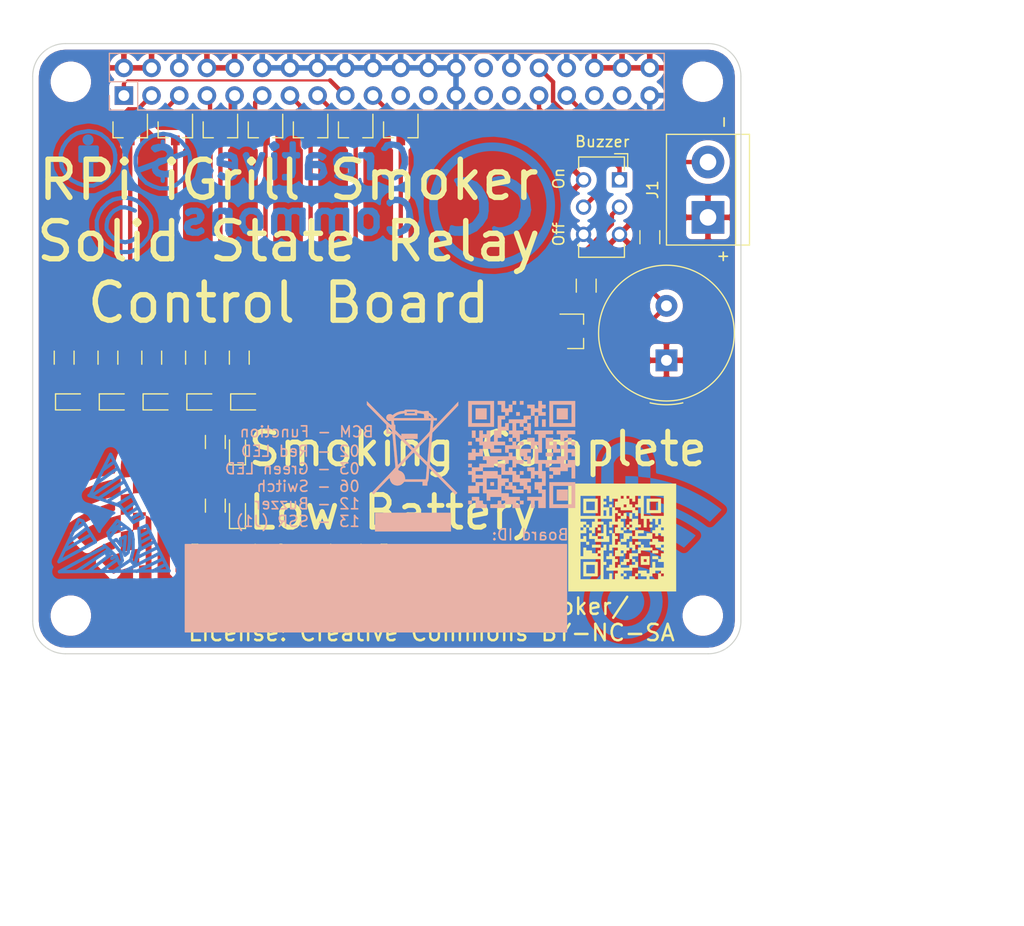
<source format=kicad_pcb>
(kicad_pcb (version 20171130) (host pcbnew "(5.1.2)-2")
  (title_block (title "iGrill Smoker SSR Control") (date 2019-07-08) (rev *D) (company "Redbud Farms") (comment 1 https://creativecommons.org/licenses/by-nc-sa/4.0/) (comment 2 "License: Creative Commons BY-NC-SA") (comment 3 https://git.kins.dev/igrill-smoker/) (comment 4 "Author: Scott Atkins (Scott@kins.dev)"))
  (layers (0 F.Cu signal) (31 B.Cu signal) (34 B.Paste user) (35 F.Paste user) (36 B.SilkS user) (37 F.SilkS user) (38 B.Mask user) (39 F.Mask user) (44 Edge.Cuts user))
  (net 0 "")
  (net 1 +3V3)
  (net 2 +5V)
  (net 3 GND)
  (net 4 /ID_SD)
  (net 5 /ID_SC)
  (net 6 /GPIO5)
  (net 7 /GPIO6)
  (net 8 /GPIO26)
  (net 9 "/GPIO2(SDA1)")
  (net 10 "/GPIO3(SCL1)")
  (net 11 "/GPIO4(GCLK)")
  (net 12 "/GPIO17(GEN0)")
  (net 13 "/GPIO27(GEN2)")
  (net 14 "/GPIO22(GEN3)")
  (net 15 "/GPIO10(SPI0_MOSI)")
  (net 16 "/GPIO9(SPI0_MISO)")
  (net 17 "/GPIO11(SPI0_SCK)")
  (net 18 "/GPIO12(PWM0)")
  (net 19 "/GPIO13(PWM1)")
  (net 20 "/GPIO19(SPI1_MISO)")
  (net 21 "Net-(BZ1-Pad2)")
  (net 22 "Net-(Q1-Pad2)")
  (net 23 "Net-(R3-Pad2)")
  (net 24 "Net-(Q2-Pad3)")
  (net 25 "Net-(Q3-Pad3)")
  (net 26 "Net-(D1-Pad1)")
  (net 27 "Net-(D2-Pad1)")
  (net 28 "Net-(D3-Pad1)")
  (net 29 "Net-(D4-Pad1)")
  (net 30 "Net-(D5-Pad1)")
  (net 31 "Net-(D6-Pad1)")
  (net 32 "Net-(D7-Pad1)")
  (net 33 "Net-(Q4-Pad3)")
  (net 34 "Net-(Q5-Pad3)")
  (net 35 "Net-(Q6-Pad3)")
  (net 36 "Net-(Q7-Pad3)")
  (net 37 "Net-(Q8-Pad3)")
  (module Resistor_SMD:R_1206_3216Metric (layer F.Cu) (at 33.884 54.366 90)
    (fp_text reference R2 hide)
    (fp_text value 100Ω)
    (pad 2 smd roundrect (at 1.4 0 90) (size 1.25 1.75) (layers F.Cu F.Paste F.Mask) (roundrect_rratio 0.2) (net 25 "Net-(Q3-Pad3)"))
    (pad 1 smd roundrect (at -1.4 0 90) (size 1.25 1.75) (layers F.Cu F.Paste F.Mask) (roundrect_rratio 0.2) (net 27 "Net-(D2-Pad1)"))
  )
  (module LED_SMD:LED_0603_1608Metric (layer F.Cu) (at 35.916 54.9785 90)
    (fp_text reference D2 hide)
    (fp_text value "Smoking Complete" (at -0.0255 0.762 180) (layer F.SilkS) (effects (font (size 3 3) (thickness 0.45)) (justify left)))
    (pad 2 smd roundrect (at 0.7875 0 90) (size 0.875 0.95) (layers F.Cu F.Paste F.Mask) (net 2 +5V))
    (pad 1 smd roundrect (at -0.7875 0 90) (size 0.875 0.95) (layers F.Cu F.Paste F.Mask) (net 27 "Net-(D2-Pad1)"))
  )
  (module Package_TO_SOT_SMD:SOT-23 (layer F.Cu) (at 50.902 25.683 270)
    (fp_text reference Q2 hide)
    (fp_text value Q_NPN_ECB)
    (pad 3 smd rect (at 1 0 270) (size 0.9 0.8) (layers F.Cu F.Paste F.Mask) (net 24 "Net-(Q2-Pad3)"))
    (pad 2 smd rect (at -1 0.95 270) (size 0.9 0.8) (layers F.Cu F.Paste F.Mask) (net 15 "/GPIO10(SPI0_MOSI)"))
    (pad 1 smd rect (at -1 -0.95 270) (size 0.9 0.8) (layers F.Cu F.Paste F.Mask) (net 3 GND))
  )
  (module iGrillRPiSSRCtl-rev-sD:qr-code-10x10_inverted (layer F.Cu) (at 71.222 63.132)
    (fp_text reference G*** hide)
    (fp_text value LOGO hide)
  )
  (module Resistor_SMD:R_1206_3216Metric (layer F.Cu) (at 20.00785 46.625 90)
    (fp_text reference R9 hide)
    (fp_text value 100Ω)
    (pad 1 smd roundrect (at -1.4 0 90) (size 1.25 1.75) (layers F.Cu F.Paste F.Mask) (roundrect_rratio 0.2) (net 32 "Net-(D7-Pad1)"))
    (pad 2 smd roundrect (at 1.4 0 90) (size 1.25 1.75) (layers F.Cu F.Paste F.Mask) (roundrect_rratio 0.2) (net 37 "Net-(Q8-Pad3)"))
  )
  (module Resistor_SMD:R_1206_3216Metric (layer F.Cu) (at 24.0263 46.625 90)
    (fp_text reference R8 hide)
    (fp_text value 100Ω)
    (pad 1 smd roundrect (at -1.4 0 90) (size 1.25 1.75) (layers F.Cu F.Paste F.Mask) (roundrect_rratio 0.2) (net 31 "Net-(D6-Pad1)"))
    (pad 2 smd roundrect (at 1.4 0 90) (size 1.25 1.75) (layers F.Cu F.Paste F.Mask) (roundrect_rratio 0.2) (net 36 "Net-(Q7-Pad3)"))
  )
  (module Resistor_SMD:R_1206_3216Metric (layer F.Cu) (at 28.04475 46.625 90)
    (fp_text reference R7 hide)
    (fp_text value 100Ω)
    (pad 1 smd roundrect (at -1.4 0 90) (size 1.25 1.75) (layers F.Cu F.Paste F.Mask) (roundrect_rratio 0.2) (net 30 "Net-(D5-Pad1)"))
    (pad 2 smd roundrect (at 1.4 0 90) (size 1.25 1.75) (layers F.Cu F.Paste F.Mask) (roundrect_rratio 0.2) (net 35 "Net-(Q6-Pad3)"))
  )
  (module Resistor_SMD:R_1206_3216Metric (layer F.Cu) (at 32.0632 46.625 90)
    (fp_text reference R6 hide)
    (fp_text value 100Ω)
    (pad 1 smd roundrect (at -1.4 0 90) (size 1.25 1.75) (layers F.Cu F.Paste F.Mask) (roundrect_rratio 0.2) (net 29 "Net-(D4-Pad1)"))
    (pad 2 smd roundrect (at 1.4 0 90) (size 1.25 1.75) (layers F.Cu F.Paste F.Mask) (roundrect_rratio 0.2) (net 34 "Net-(Q5-Pad3)"))
  )
  (module Resistor_SMD:R_1206_3216Metric (layer F.Cu) (at 36.08165 46.625 90)
    (fp_text reference R5 hide)
    (fp_text value 100Ω)
    (pad 1 smd roundrect (at -1.4 0 90) (size 1.25 1.75) (layers F.Cu F.Paste F.Mask) (roundrect_rratio 0.2) (net 28 "Net-(D3-Pad1)"))
    (pad 2 smd roundrect (at 1.4 0 90) (size 1.25 1.75) (layers F.Cu F.Paste F.Mask) (roundrect_rratio 0.2) (net 33 "Net-(Q4-Pad3)"))
  )
  (module Resistor_SMD:R_1206_3216Metric (layer F.Cu) (at 73.762 35.57 270)
    (fp_text reference R4 hide)
    (fp_text value 1kΩ)
    (pad 2 smd roundrect (at 1.4 0 270) (size 1.25 1.75) (layers F.Cu F.Paste F.Mask) (roundrect_rratio 0.2) (net 21 "Net-(BZ1-Pad2)"))
    (pad 1 smd roundrect (at -1.4 0 270) (size 1.25 1.75) (layers F.Cu F.Paste F.Mask) (roundrect_rratio 0.2) (net 2 +5V))
  )
  (module Resistor_SMD:R_1206_3216Metric (layer F.Cu) (at 67.92 40.018 90)
    (fp_text reference R3 hide)
    (fp_text value 100Ω)
    (pad 2 smd roundrect (at 1.4 0 90) (size 1.25 1.75) (layers F.Cu F.Paste F.Mask) (roundrect_rratio 0.2) (net 23 "Net-(R3-Pad2)"))
    (pad 1 smd roundrect (at -1.4 0 90) (size 1.25 1.75) (layers F.Cu F.Paste F.Mask) (roundrect_rratio 0.2) (net 22 "Net-(Q1-Pad2)"))
  )
  (module Resistor_SMD:R_1206_3216Metric (layer F.Cu) (at 33.884 60.208 90)
    (fp_text reference R1 hide)
    (fp_text value 100Ω)
    (pad 2 smd roundrect (at 1.4 0 90) (size 1.25 1.75) (layers F.Cu F.Paste F.Mask) (roundrect_rratio 0.2) (net 24 "Net-(Q2-Pad3)"))
    (pad 1 smd roundrect (at -1.4 0 90) (size 1.25 1.75) (layers F.Cu F.Paste F.Mask) (roundrect_rratio 0.2) (net 26 "Net-(D1-Pad1)"))
  )
  (module Package_TO_SOT_SMD:SOT-23 (layer F.Cu) (at 26.071 25.683 270)
    (fp_text reference Q8 hide)
    (fp_text value Q_NPN_ECB)
    (pad 3 smd rect (at 1 0 270) (size 0.9 0.8) (layers F.Cu F.Paste F.Mask) (net 37 "Net-(Q8-Pad3)"))
    (pad 2 smd rect (at -1 0.95 270) (size 0.9 0.8) (layers F.Cu F.Paste F.Mask) (net 9 "/GPIO2(SDA1)"))
    (pad 1 smd rect (at -1 -0.95 270) (size 0.9 0.8) (layers F.Cu F.Paste F.Mask) (net 3 GND))
  )
  (module Package_TO_SOT_SMD:SOT-23 (layer F.Cu) (at 30.2095 25.683 270)
    (fp_text reference Q7 hide)
    (fp_text value Q_NPN_ECB)
    (pad 3 smd rect (at 1 0 270) (size 0.9 0.8) (layers F.Cu F.Paste F.Mask) (net 36 "Net-(Q7-Pad3)"))
    (pad 2 smd rect (at -1 0.95 270) (size 0.9 0.8) (layers F.Cu F.Paste F.Mask) (net 10 "/GPIO3(SCL1)"))
    (pad 1 smd rect (at -1 -0.95 270) (size 0.9 0.8) (layers F.Cu F.Paste F.Mask) (net 3 GND))
  )
  (module Package_TO_SOT_SMD:SOT-23 (layer F.Cu) (at 34.348 25.683 270)
    (fp_text reference Q6 hide)
    (fp_text value Q_NPN_ECB)
    (pad 3 smd rect (at 1 0 270) (size 0.9 0.8) (layers F.Cu F.Paste F.Mask) (net 35 "Net-(Q6-Pad3)"))
    (pad 2 smd rect (at -1 0.95 270) (size 0.9 0.8) (layers F.Cu F.Paste F.Mask) (net 11 "/GPIO4(GCLK)"))
    (pad 1 smd rect (at -1 -0.95 270) (size 0.9 0.8) (layers F.Cu F.Paste F.Mask) (net 3 GND))
  )
  (module Package_TO_SOT_SMD:SOT-23 (layer F.Cu) (at 38.4865 25.683 270)
    (fp_text reference Q5 hide)
    (fp_text value Q_NPN_ECB)
    (pad 3 smd rect (at 1 0 270) (size 0.9 0.8) (layers F.Cu F.Paste F.Mask) (net 34 "Net-(Q5-Pad3)"))
    (pad 2 smd rect (at -1 0.95 270) (size 0.9 0.8) (layers F.Cu F.Paste F.Mask) (net 12 "/GPIO17(GEN0)"))
    (pad 1 smd rect (at -1 -0.95 270) (size 0.9 0.8) (layers F.Cu F.Paste F.Mask) (net 3 GND))
  )
  (module Package_TO_SOT_SMD:SOT-23 (layer F.Cu) (at 42.625 25.683 270)
    (fp_text reference Q4 hide)
    (fp_text value Q_NPN_ECB)
    (pad 3 smd rect (at 1 0 270) (size 0.9 0.8) (layers F.Cu F.Paste F.Mask) (net 33 "Net-(Q4-Pad3)"))
    (pad 2 smd rect (at -1 0.95 270) (size 0.9 0.8) (layers F.Cu F.Paste F.Mask) (net 13 "/GPIO27(GEN2)"))
    (pad 1 smd rect (at -1 -0.95 270) (size 0.9 0.8) (layers F.Cu F.Paste F.Mask) (net 3 GND))
  )
  (module Package_TO_SOT_SMD:SOT-23 (layer F.Cu) (at 46.7635 25.683 270)
    (fp_text reference Q3 hide)
    (fp_text value Q_NPN_ECB)
    (pad 3 smd rect (at 1 0 270) (size 0.9 0.8) (layers F.Cu F.Paste F.Mask) (net 25 "Net-(Q3-Pad3)"))
    (pad 2 smd rect (at -1 0.95 270) (size 0.9 0.8) (layers F.Cu F.Paste F.Mask) (net 14 "/GPIO22(GEN3)"))
    (pad 1 smd rect (at -1 -0.95 270) (size 0.9 0.8) (layers F.Cu F.Paste F.Mask) (net 3 GND))
  )
  (module Package_TO_SOT_SMD:SOT-23 (layer F.Cu) (at 66.92 44.209)
    (fp_text reference Q1 hide)
    (fp_text value Q_NPN_ECB)
    (pad 3 smd rect (at 1 0) (size 0.9 0.8) (layers F.Cu F.Paste F.Mask) (net 21 "Net-(BZ1-Pad2)"))
    (pad 2 smd rect (at -1 0.95) (size 0.9 0.8) (layers F.Cu F.Paste F.Mask) (net 22 "Net-(Q1-Pad2)"))
    (pad 1 smd rect (at -1 -0.95) (size 0.9 0.8) (layers F.Cu F.Paste F.Mask) (net 3 GND))
  )
  (module LED_SMD:LED_0603_1608Metric (layer F.Cu) (at 20.7015 50.686)
    (fp_text reference D7 hide)
    (fp_text value "Very High")
    (pad 1 smd roundrect (at -0.7875 0) (size 0.875 0.95) (layers F.Cu F.Paste F.Mask) (net 32 "Net-(D7-Pad1)"))
    (pad 2 smd roundrect (at 0.7875 0) (size 0.875 0.95) (layers F.Cu F.Paste F.Mask) (net 2 +5V))
  )
  (module LED_SMD:LED_0603_1608Metric (layer F.Cu) (at 24.71995 50.686)
    (fp_text reference D6 hide)
    (fp_text value High)
    (pad 1 smd roundrect (at -0.7875 0) (size 0.875 0.95) (layers F.Cu F.Paste F.Mask) (net 31 "Net-(D6-Pad1)"))
    (pad 2 smd roundrect (at 0.7875 0) (size 0.875 0.95) (layers F.Cu F.Paste F.Mask) (net 2 +5V))
  )
  (module LED_SMD:LED_0603_1608Metric (layer F.Cu) (at 28.7384 50.686)
    (fp_text reference D5 hide)
    (fp_text value "On Target")
    (pad 1 smd roundrect (at -0.7875 0) (size 0.875 0.95) (layers F.Cu F.Paste F.Mask) (net 30 "Net-(D5-Pad1)"))
    (pad 2 smd roundrect (at 0.7875 0) (size 0.875 0.95) (layers F.Cu F.Paste F.Mask) (net 2 +5V))
  )
  (module LED_SMD:LED_0603_1608Metric (layer F.Cu) (at 32.75685 50.686)
    (fp_text reference D4 hide)
    (fp_text value Low)
    (pad 1 smd roundrect (at -0.7875 0) (size 0.875 0.95) (layers F.Cu F.Paste F.Mask) (net 29 "Net-(D4-Pad1)"))
    (pad 2 smd roundrect (at 0.7875 0) (size 0.875 0.95) (layers F.Cu F.Paste F.Mask) (net 2 +5V))
  )
  (module LED_SMD:LED_0603_1608Metric (layer F.Cu) (at 36.7753 50.686)
    (fp_text reference D3 hide)
    (fp_text value "Very Low")
    (pad 1 smd roundrect (at -0.7875 0) (size 0.875 0.95) (layers F.Cu F.Paste F.Mask) (net 28 "Net-(D3-Pad1)"))
    (pad 2 smd roundrect (at 0.7875 0) (size 0.875 0.95) (layers F.Cu F.Paste F.Mask) (net 2 +5V))
  )
  (module LED_SMD:LED_0603_1608Metric (layer F.Cu) (at 35.916 60.8205 90)
    (fp_text reference D1 hide)
    (fp_text value "Low Battery" (at 0 0.762 180) (layer F.SilkS) (effects (font (size 3 3) (thickness 0.45)) (justify left)))
    (pad 2 smd roundrect (at 0.7875 0 90) (size 0.875 0.95) (layers F.Cu F.Paste F.Mask) (net 2 +5V))
    (pad 1 smd roundrect (at -0.7875 0 90) (size 0.875 0.95) (layers F.Cu F.Paste F.Mask) (net 26 "Net-(D1-Pad1)"))
  )
  (module iGrillRPiSSRCtl-rev-sD:qr-code-12x12 (layer B.Cu) (at 62 55.512 180)
    (fp_text reference G*** hide)
    (fp_text value LOGO hide)
  )
  (module Symbol:Symbol_ESD-Logo_CopperTop (layer B.Cu) (at 24.486 62.878 180)
    (fp_text reference REF** hide)
    (fp_text value Symbol_ESD-Logo_CopperTop)
    (fp_line (start 2.77876 1.2573) (end 3.10896 1.38938) (layer B.Cu) (width 0.3048))
    (fp_line (start 2.49936 0.82804) (end 2.77876 1.2573) (layer B.Cu) (width 0.3048))
    (fp_line (start 2.16916 0.28956) (end 2.49936 0.82804) (layer B.Cu) (width 0.3048))
    (fp_line (start 1.65862 -0.54102) (end 2.16916 0.28956) (layer B.Cu) (width 0.3048))
    (fp_line (start 0.1905 -1.5113) (end 0.8001 -0.98044) (layer B.Cu) (width 0.3048))
    (fp_line (start -0.32004 -2.02184) (end 0.1905 -1.5113) (layer B.Cu) (width 0.3048))
    (fp_line (start -0.62992 -2.68224) (end -0.32004 -2.02184) (layer B.Cu) (width 0.3048))
    (fp_line (start -0.86106 -2.37236) (end -0.62992 -2.68224) (layer B.Cu) (width 0.3048))
    (fp_line (start -0.70104 -1.59258) (end -0.86106 -2.37236) (layer B.Cu) (width 0.3048))
    (fp_line (start 0.30988 -0.32258) (end -0.70104 -1.59258) (layer B.Cu) (width 0.3048))
    (fp_line (start 0.45974 0.18796) (end 0.30988 -0.32258) (layer B.Cu) (width 0.3048))
    (fp_line (start -0.40132 1.27762) (end 0.45974 0.18796) (layer B.Cu) (width 0.3048))
    (fp_line (start -0.62992 1.12776) (end -0.40132 1.27762) (layer B.Cu) (width 0.3048))
    (fp_line (start -1.47066 0.49784) (end -0.62992 1.12776) (layer B.Cu) (width 0.3048))
    (fp_line (start -1.71958 0.16764) (end -1.47066 0.49784) (layer B.Cu) (width 0.3048))
    (fp_line (start -1.77038 0.11938) (end -1.71958 0.16764) (layer B.Cu) (width 0.3048))
    (fp_line (start -1.84912 -0.42164) (end -1.77038 0.11938) (layer B.Cu) (width 0.3048))
    (fp_line (start -1.84912 -1.48082) (end -1.84912 -0.42164) (layer B.Cu) (width 0.3048))
    (fp_line (start -1.62052 -2.35204) (end -1.84912 -1.48082) (layer B.Cu) (width 0.3048))
    (fp_line (start -1.99136 -2.77114) (end -1.62052 -2.35204) (layer B.Cu) (width 0.3048))
    (fp_line (start -2.4892 -1.10236) (end -1.99136 -2.77114) (layer B.Cu) (width 0.3048))
    (fp_line (start -2.37998 0.57912) (end -2.4892 -1.10236) (layer B.Cu) (width 0.3048))
    (fp_line (start -0.65024 2.64922) (end -1.8796 1.13792) (layer B.Cu) (width 0.3048))
    (fp_line (start 1.24968 3.31724) (end -0.65024 2.64922) (layer B.Cu) (width 0.3048))
    (fp_line (start 2.19964 3.59918) (end 1.24968 3.31724) (layer B.Cu) (width 0.3048))
    (fp_line (start 0.30988 -1.4605) (end 0.56896 -1.81102) (layer B.Cu) (width 0.3048))
    (fp_line (start 0.07874 -2.1717) (end 0.10922 -2.1717) (layer B.Cu) (width 0.3048))
    (fp_line (start -0.22098 -1.99136) (end 0.07874 -2.1717) (layer B.Cu) (width 0.3048))
    (fp_line (start 1.61036 -0.65278) (end 1.67894 -0.6223) (layer B.Cu) (width 0.3048))
    (fp_line (start 4.96062 -2.47142) (end 1.61036 -0.65278) (layer B.Cu) (width 0.3048))
    (fp_line (start 3.15976 1.3081) (end 4.96062 -2.47142) (layer B.Cu) (width 0.3048))
    (fp_line (start -1.89992 1.15824) (end -1.86944 1.15824) (layer B.Cu) (width 0.3048))
    (fp_line (start -2.76098 1.5875) (end -1.89992 1.15824) (layer B.Cu) (width 0.3048))
    (fp_line (start 0.21082 7.3787) (end -2.76098 1.5875) (layer B.Cu) (width 0.3048))
    (fp_line (start 2.09042 3.64744) (end 0.21082 7.3787) (layer B.Cu) (width 0.3048))
    (fp_line (start 4.90982 -3.3909) (end 0.86868 -1.1811) (layer B.Cu) (width 0.3048))
    (fp_line (start -5.15112 -3.31216) (end 4.90982 -3.3909) (layer B.Cu) (width 0.3048))
    (fp_line (start -3.09118 0.84836) (end -5.15112 -3.31216) (layer B.Cu) (width 0.3048))
    (fp_line (start -2.46126 0.56896) (end -3.09118 0.84836) (layer B.Cu) (width 0.3048))
    (fp_line (start -0.29972 -0.44196) (end -0.07112 -0.5715) (layer B.Cu) (width 0.3048))
    (fp_line (start -0.72898 -0.98044) (end -0.29972 -0.44196) (layer B.Cu) (width 0.3048))
    (fp_line (start -0.70104 -0.37084) (end -0.72898 -0.98044) (layer B.Cu) (width 0.3048))
    (fp_line (start -1.14046 -0.16256) (end -0.70104 -0.37084) (layer B.Cu) (width 0.3048))
    (fp_line (start -1.01092 -1.5621) (end -1.14046 -0.16256) (layer B.Cu) (width 0.3048))
    (fp_line (start -1.10998 -1.87198) (end -1.01092 -1.5621) (layer B.Cu) (width 0.3048))
    (fp_line (start -1.38938 -1.64084) (end -1.10998 -1.87198) (layer B.Cu) (width 0.3048))
    (fp_line (start -1.51892 -0.80264) (end -1.38938 -1.64084) (layer B.Cu) (width 0.3048))
    (fp_line (start -1.51892 0.1397) (end -1.51892 -0.80264) (layer B.Cu) (width 0.3048))
    (fp_line (start 0.06096 0.0889) (end 0.23876 -0.14224) (layer B.Cu) (width 0.3048))
    (fp_line (start -0.4191 0.61722) (end 0.06096 0.0889) (layer B.Cu) (width 0.3048))
    (fp_line (start -0.77978 0.49784) (end -0.4191 0.61722) (layer B.Cu) (width 0.3048))
    (fp_line (start -1.10998 0.6477) (end -0.77978 0.49784) (layer B.Cu) (width 0.3048))
    (fp_line (start -0.0889 6.6675) (end 0.94996 5.92836) (layer B.Cu) (width 0.3048))
    (fp_line (start -0.35052 6.0579) (end 1.57988 4.65836) (layer B.Cu) (width 0.3048))
    (fp_line (start -0.7493 5.3975) (end 1.85928 3.64744) (layer B.Cu) (width 0.3048))
    (fp_line (start -1.01092 4.86918) (end 1.19888 3.41884) (layer B.Cu) (width 0.3048))
    (fp_line (start -1.3589 4.2291) (end 0.45974 3.08864) (layer B.Cu) (width 0.3048))
    (fp_line (start -0.44958 2.80924) (end -0.4191 2.80924) (layer B.Cu) (width 0.3048))
    (fp_line (start -1.71958 3.59918) (end -0.44958 2.80924) (layer B.Cu) (width 0.3048))
    (fp_line (start -2.04978 2.9591) (end -1.03124 2.26822) (layer B.Cu) (width 0.3048))
    (fp_line (start -1.31064 1.81864) (end -1.31064 1.83896) (layer B.Cu) (width 0.3048))
    (fp_line (start -2.23012 2.44856) (end -1.31064 1.81864) (layer B.Cu) (width 0.3048))
    (fp_line (start -2.50952 1.9685) (end -1.6891 1.48844) (layer B.Cu) (width 0.3048))
    (fp_line (start 2.70002 1.0287) (end 3.54076 0.39878) (layer B.Cu) (width 0.3048))
    (fp_line (start 2.4511 0.56896) (end 4.09956 -0.72136) (layer B.Cu) (width 0.3048))
    (fp_line (start 2.1209 -0.04064) (end 4.37896 -1.38176) (layer B.Cu) (width 0.3048))
    (fp_line (start -3.37058 0.33782) (end -2.6289 -0.06096) (layer B.Cu) (width 0.3048))
    (fp_line (start -3.55092 -0.16256) (end -2.47904 -0.75184) (layer B.Cu) (width 0.3048))
    (fp_line (start -3.74904 -0.65278) (end -2.46126 -1.38176) (layer B.Cu) (width 0.3048))
    (fp_line (start -2.41046 -1.99136) (end -2.37998 -1.99136) (layer B.Cu) (width 0.3048))
    (fp_line (start -4.03098 -1.20142) (end -2.41046 -1.99136) (layer B.Cu) (width 0.3048))
    (fp_line (start -4.34086 -1.66116) (end -1.14046 -3.31216) (layer B.Cu) (width 0.3048))
    (fp_line (start -4.5593 -2.2225) (end -2.17932 -3.36042) (layer B.Cu) (width 0.3048))
    (fp_line (start -4.77012 -2.75082) (end -3.64998 -3.34264) (layer B.Cu) (width 0.3048))
    (fp_line (start -1.53924 -2.37236) (end -0.02032 -3.3909) (layer B.Cu) (width 0.3048))
    (fp_line (start 1.02108 -3.31216) (end 1.04902 -3.31216) (layer B.Cu) (width 0.3048))
    (fp_line (start -0.35052 -2.30124) (end 1.02108 -3.31216) (layer B.Cu) (width 0.3048))
    (fp_line (start 0.23876 -1.8415) (end 2.16916 -3.29184) (layer B.Cu) (width 0.3048))
    (fp_line (start 3.25882 -3.31216) (end 3.27914 -3.31216) (layer B.Cu) (width 0.3048))
    (fp_line (start 0.5207 -1.4605) (end 3.25882 -3.31216) (layer B.Cu) (width 0.3048))
    (fp_line (start -0.65024 0.92964) (end 0.06096 0.4191) (layer B.Cu) (width 0.3048))
  )
  (module Symbol:WEEE-Logo_8.4x12mm_SilkScreen (layer B.Cu) (at 52 56.6 180)
    (fp_text reference REF** hide)
    (fp_text value WEEE-Logo_8.4x12mm_SilkScreen hide)
  )
  (module Symbol:Symbol_CC-ShareAlike_CopperTop_Small (layer B.Cu) (at 25.502 34.43 180)
    (fp_text reference REF** hide)
    (fp_text value Symbol_CC-ShareAlike_CopperTop_Small)
    (fp_line (start 0.59944 2.4003) (end 0 2.49936) (layer B.Cu) (width 0.381))
    (fp_line (start 1.00076 2.30124) (end 0.59944 2.4003) (layer B.Cu) (width 0.381))
    (fp_line (start 1.50114 1.99898) (end 1.00076 2.30124) (layer B.Cu) (width 0.381))
    (fp_line (start 1.99898 1.50114) (end 1.50114 1.99898) (layer B.Cu) (width 0.381))
    (fp_line (start 2.30124 1.00076) (end 1.99898 1.50114) (layer B.Cu) (width 0.381))
    (fp_line (start 2.49936 0.39878) (end 2.30124 1.00076) (layer B.Cu) (width 0.381))
    (fp_line (start 2.49936 -0.20066) (end 2.49936 0.39878) (layer B.Cu) (width 0.381))
    (fp_line (start 2.4003 -0.8001) (end 2.49936 -0.20066) (layer B.Cu) (width 0.381))
    (fp_line (start 1.99898 -1.50114) (end 2.4003 -0.8001) (layer B.Cu) (width 0.381))
    (fp_line (start 1.50114 -1.99898) (end 1.99898 -1.50114) (layer B.Cu) (width 0.381))
    (fp_line (start 0.89916 -2.30124) (end 1.50114 -1.99898) (layer B.Cu) (width 0.381))
    (fp_line (start 0.29972 -2.49936) (end 0.89916 -2.30124) (layer B.Cu) (width 0.381))
    (fp_line (start -0.50038 -2.49936) (end 0.29972 -2.49936) (layer B.Cu) (width 0.381))
    (fp_line (start -1.19888 -2.19964) (end -0.50038 -2.49936) (layer B.Cu) (width 0.381))
    (fp_line (start -1.69926 -1.80086) (end -1.19888 -2.19964) (layer B.Cu) (width 0.381))
    (fp_line (start -2.30124 -1.09982) (end -1.69926 -1.80086) (layer B.Cu) (width 0.381))
    (fp_line (start -2.49936 -0.29972) (end -2.30124 -1.09982) (layer B.Cu) (width 0.381))
    (fp_line (start -2.49936 0.29972) (end -2.49936 -0.29972) (layer B.Cu) (width 0.381))
    (fp_line (start -2.4003 0.8001) (end -2.49936 0.29972) (layer B.Cu) (width 0.381))
    (fp_line (start -2.19964 1.19888) (end -2.4003 0.8001) (layer B.Cu) (width 0.381))
    (fp_line (start -1.69926 1.80086) (end -2.19964 1.19888) (layer B.Cu) (width 0.381))
    (fp_line (start -1.19888 2.19964) (end -1.69926 1.80086) (layer B.Cu) (width 0.381))
    (fp_line (start -0.70104 2.4003) (end -1.19888 2.19964) (layer B.Cu) (width 0.381))
    (fp_line (start -0.09906 2.49936) (end -0.70104 2.4003) (layer B.Cu) (width 0.381))
    (fp_line (start 0 2.49936) (end -0.09906 2.49936) (layer B.Cu) (width 0.381))
    (fp_line (start -0.50038 1.50114) (end -1.00076 1.30048) (layer B.Cu) (width 0.381))
    (fp_line (start -0.09906 1.6002) (end -0.50038 1.50114) (layer B.Cu) (width 0.381))
    (fp_line (start 0.29972 1.6002) (end -0.09906 1.6002) (layer B.Cu) (width 0.381))
    (fp_line (start 0.89916 1.30048) (end 0.29972 1.6002) (layer B.Cu) (width 0.381))
    (fp_line (start 1.19888 1.00076) (end 0.89916 1.30048) (layer B.Cu) (width 0.381))
    (fp_line (start 1.50114 0.50038) (end 1.19888 1.00076) (layer B.Cu) (width 0.381))
    (fp_line (start 1.6002 0) (end 1.50114 0.50038) (layer B.Cu) (width 0.381))
    (fp_line (start 1.6002 -0.39878) (end 1.6002 0) (layer B.Cu) (width 0.381))
    (fp_line (start 1.30048 -0.89916) (end 1.6002 -0.39878) (layer B.Cu) (width 0.381))
    (fp_line (start 0.89916 -1.30048) (end 1.30048 -0.89916) (layer B.Cu) (width 0.381))
    (fp_line (start 0.39878 -1.50114) (end 0.89916 -1.30048) (layer B.Cu) (width 0.381))
    (fp_line (start -0.09906 -1.6002) (end 0.39878 -1.50114) (layer B.Cu) (width 0.381))
    (fp_line (start -0.59944 -1.50114) (end -0.09906 -1.6002) (layer B.Cu) (width 0.381))
    (fp_line (start -1.09982 -1.19888) (end -0.59944 -1.50114) (layer B.Cu) (width 0.381))
  )
  (module Symbol:Symbol_CC-Attribution_CopperTop_Small (layer B.Cu) (at 22.2 28.334 180)
    (fp_text reference REF** hide)
    (fp_text value Symbol_CC-Attribution_CopperTop_Small)
    (fp_line (start 0.59944 2.4003) (end 0 2.49936) (layer B.Cu) (width 0.381))
    (fp_line (start 1.00076 2.30124) (end 0.59944 2.4003) (layer B.Cu) (width 0.381))
    (fp_line (start 1.50114 1.99898) (end 1.00076 2.30124) (layer B.Cu) (width 0.381))
    (fp_line (start 1.99898 1.50114) (end 1.50114 1.99898) (layer B.Cu) (width 0.381))
    (fp_line (start 2.30124 1.00076) (end 1.99898 1.50114) (layer B.Cu) (width 0.381))
    (fp_line (start 2.49936 0.39878) (end 2.30124 1.00076) (layer B.Cu) (width 0.381))
    (fp_line (start 2.49936 -0.20066) (end 2.49936 0.39878) (layer B.Cu) (width 0.381))
    (fp_line (start 2.4003 -0.8001) (end 2.49936 -0.20066) (layer B.Cu) (width 0.381))
    (fp_line (start 1.99898 -1.50114) (end 2.4003 -0.8001) (layer B.Cu) (width 0.381))
    (fp_line (start 1.50114 -1.99898) (end 1.99898 -1.50114) (layer B.Cu) (width 0.381))
    (fp_line (start 0.89916 -2.30124) (end 1.50114 -1.99898) (layer B.Cu) (width 0.381))
    (fp_line (start 0.29972 -2.49936) (end 0.89916 -2.30124) (layer B.Cu) (width 0.381))
    (fp_line (start -0.50038 -2.49936) (end 0.29972 -2.49936) (layer B.Cu) (width 0.381))
    (fp_line (start -1.19888 -2.19964) (end -0.50038 -2.49936) (layer B.Cu) (width 0.381))
    (fp_line (start -1.69926 -1.80086) (end -1.19888 -2.19964) (layer B.Cu) (width 0.381))
    (fp_line (start -2.30124 -1.09982) (end -1.69926 -1.80086) (layer B.Cu) (width 0.381))
    (fp_line (start -2.49936 -0.29972) (end -2.30124 -1.09982) (layer B.Cu) (width 0.381))
    (fp_line (start -2.49936 0.29972) (end -2.49936 -0.29972) (layer B.Cu) (width 0.381))
    (fp_line (start -2.4003 0.8001) (end -2.49936 0.29972) (layer B.Cu) (width 0.381))
    (fp_line (start -2.19964 1.19888) (end -2.4003 0.8001) (layer B.Cu) (width 0.381))
    (fp_line (start -1.69926 1.80086) (end -2.19964 1.19888) (layer B.Cu) (width 0.381))
    (fp_line (start -1.19888 2.19964) (end -1.69926 1.80086) (layer B.Cu) (width 0.381))
    (fp_line (start -0.70104 2.4003) (end -1.19888 2.19964) (layer B.Cu) (width 0.381))
    (fp_line (start -0.09906 2.49936) (end -0.70104 2.4003) (layer B.Cu) (width 0.381))
    (fp_line (start 0 2.49936) (end -0.09906 2.49936) (layer B.Cu) (width 0.381))
    (fp_circle (center 0 1.69926) (end 0.09906 1.39954) (layer B.Cu) (width 0.381))
    (fp_line (start -0.8001 -0.20066) (end -0.8001 1.00076) (layer B.Cu) (width 0.381))
    (fp_line (start 0.70104 -0.20066) (end -0.8001 -0.20066) (layer B.Cu) (width 0.381))
    (fp_line (start 0.70104 1.00076) (end 0.70104 -0.20066) (layer B.Cu) (width 0.381))
    (fp_line (start -0.8001 1.00076) (end 0.70104 1.00076) (layer B.Cu) (width 0.381))
    (fp_line (start -0.29972 -1.80086) (end 0.20066 -1.80086) (layer B.Cu) (width 0.381))
    (fp_line (start -0.29972 -0.29972) (end -0.29972 -1.80086) (layer B.Cu) (width 0.381))
    (fp_line (start 0.29972 -1.80086) (end 0.29972 -0.20066) (layer B.Cu) (width 0.381))
    (fp_line (start 0.09906 -1.80086) (end 0.29972 -1.80086) (layer B.Cu) (width 0.381))
    (fp_line (start 0 -0.29972) (end 0 -1.6002) (layer B.Cu) (width 0.381))
    (fp_line (start -0.8001 0.09906) (end 0.50038 0.09906) (layer B.Cu) (width 0.381))
    (fp_line (start 0.50038 0.39878) (end -0.70104 0.39878) (layer B.Cu) (width 0.381))
    (fp_line (start -0.70104 0.70104) (end 0.59944 0.70104) (layer B.Cu) (width 0.381))
    (fp_line (start 0 1.89992) (end 0 1.50114) (layer B.Cu) (width 0.381))
  )
  (module Symbol:Symbol_CC-Noncommercial_CopperTop_Small (layer B.Cu) (at 29.058 28.588 180)
    (fp_text reference REF** hide)
    (fp_text value Symbol_CC-Noncommercial_CopperTop_Small)
    (fp_line (start 0.59944 2.4003) (end 0 2.49936) (layer B.Cu) (width 0.381))
    (fp_line (start 1.00076 2.30124) (end 0.59944 2.4003) (layer B.Cu) (width 0.381))
    (fp_line (start 1.50114 1.99898) (end 1.00076 2.30124) (layer B.Cu) (width 0.381))
    (fp_line (start 1.99898 1.50114) (end 1.50114 1.99898) (layer B.Cu) (width 0.381))
    (fp_line (start 2.30124 1.00076) (end 1.99898 1.50114) (layer B.Cu) (width 0.381))
    (fp_line (start 2.49936 0.39878) (end 2.30124 1.00076) (layer B.Cu) (width 0.381))
    (fp_line (start 2.49936 -0.20066) (end 2.49936 0.39878) (layer B.Cu) (width 0.381))
    (fp_line (start 2.4003 -0.8001) (end 2.49936 -0.20066) (layer B.Cu) (width 0.381))
    (fp_line (start 1.99898 -1.50114) (end 2.4003 -0.8001) (layer B.Cu) (width 0.381))
    (fp_line (start 1.50114 -1.99898) (end 1.99898 -1.50114) (layer B.Cu) (width 0.381))
    (fp_line (start 0.89916 -2.30124) (end 1.50114 -1.99898) (layer B.Cu) (width 0.381))
    (fp_line (start 0.29972 -2.49936) (end 0.89916 -2.30124) (layer B.Cu) (width 0.381))
    (fp_line (start -0.50038 -2.49936) (end 0.29972 -2.49936) (layer B.Cu) (width 0.381))
    (fp_line (start -1.19888 -2.19964) (end -0.50038 -2.49936) (layer B.Cu) (width 0.381))
    (fp_line (start -1.69926 -1.80086) (end -1.19888 -2.19964) (layer B.Cu) (width 0.381))
    (fp_line (start -2.30124 -1.09982) (end -1.69926 -1.80086) (layer B.Cu) (width 0.381))
    (fp_line (start -2.49936 -0.29972) (end -2.30124 -1.09982) (layer B.Cu) (width 0.381))
    (fp_line (start -2.49936 0.29972) (end -2.49936 -0.29972) (layer B.Cu) (width 0.381))
    (fp_line (start -2.4003 0.8001) (end -2.49936 0.29972) (layer B.Cu) (width 0.381))
    (fp_line (start -2.19964 1.19888) (end -2.4003 0.8001) (layer B.Cu) (width 0.381))
    (fp_line (start -1.69926 1.80086) (end -2.19964 1.19888) (layer B.Cu) (width 0.381))
    (fp_line (start -1.19888 2.19964) (end -1.69926 1.80086) (layer B.Cu) (width 0.381))
    (fp_line (start -0.70104 2.4003) (end -1.19888 2.19964) (layer B.Cu) (width 0.381))
    (fp_line (start -0.09906 2.49936) (end -0.70104 2.4003) (layer B.Cu) (width 0.381))
    (fp_line (start 0 2.49936) (end -0.09906 2.49936) (layer B.Cu) (width 0.381))
    (fp_line (start 0.70104 1.00076) (end 0.89916 1.19888) (layer B.Cu) (width 0.381))
    (fp_line (start 0.39878 1.09982) (end 0.70104 1.00076) (layer B.Cu) (width 0.381))
    (fp_line (start 0.09906 1.19888) (end 0.39878 1.09982) (layer B.Cu) (width 0.381))
    (fp_line (start -0.29972 1.09982) (end 0.09906 1.19888) (layer B.Cu) (width 0.381))
    (fp_line (start -0.50038 0.89916) (end -0.29972 1.09982) (layer B.Cu) (width 0.381))
    (fp_line (start -0.59944 0.70104) (end -0.50038 0.89916) (layer B.Cu) (width 0.381))
    (fp_line (start -0.50038 0.39878) (end -0.59944 0.70104) (layer B.Cu) (width 0.381))
    (fp_line (start -0.29972 0.20066) (end -0.50038 0.39878) (layer B.Cu) (width 0.381))
    (fp_line (start 0.29972 0.09906) (end -0.29972 0.20066) (layer B.Cu) (width 0.381))
    (fp_line (start 0.70104 -0.20066) (end 0.29972 0.09906) (layer B.Cu) (width 0.381))
    (fp_line (start 0.8001 -0.50038) (end 0.70104 -0.20066) (layer B.Cu) (width 0.381))
    (fp_line (start 0.8001 -0.8001) (end 0.8001 -0.50038) (layer B.Cu) (width 0.381))
    (fp_line (start 0.70104 -1.00076) (end 0.8001 -0.8001) (layer B.Cu) (width 0.381))
    (fp_line (start 0.50038 -1.19888) (end 0.70104 -1.00076) (layer B.Cu) (width 0.381))
    (fp_line (start 0.20066 -1.30048) (end 0.50038 -1.19888) (layer B.Cu) (width 0.381))
    (fp_line (start -0.50038 -1.30048) (end 0.20066 -1.30048) (layer B.Cu) (width 0.381))
    (fp_line (start -0.8001 -1.19888) (end -0.50038 -1.30048) (layer B.Cu) (width 0.381))
    (fp_line (start -0.8001 -1.00076) (end -0.8001 -1.19888) (layer B.Cu) (width 0.381))
    (fp_line (start -0.70104 -1.00076) (end -0.8001 -1.00076) (layer B.Cu) (width 0.381))
    (fp_line (start -0.20066 -1.09982) (end -0.70104 -1.00076) (layer B.Cu) (width 0.381))
    (fp_line (start 0.29972 -1.00076) (end -0.20066 -1.09982) (layer B.Cu) (width 0.381))
    (fp_line (start 0.59944 -0.8001) (end 0.29972 -1.00076) (layer B.Cu) (width 0.381))
    (fp_line (start 0.59944 -0.39878) (end 0.59944 -0.8001) (layer B.Cu) (width 0.381))
    (fp_line (start 0.29972 -0.20066) (end 0.59944 -0.39878) (layer B.Cu) (width 0.381))
    (fp_line (start -0.50038 0.09906) (end 0.29972 -0.20066) (layer B.Cu) (width 0.381))
    (fp_line (start -0.70104 0.29972) (end -0.50038 0.09906) (layer B.Cu) (width 0.381))
    (fp_line (start -0.8001 0.59944) (end -0.70104 0.29972) (layer B.Cu) (width 0.381))
    (fp_line (start -0.8001 0.89916) (end -0.8001 0.59944) (layer B.Cu) (width 0.381))
    (fp_line (start -0.70104 1.09982) (end -0.8001 0.89916) (layer B.Cu) (width 0.381))
    (fp_line (start -0.50038 1.30048) (end -0.70104 1.09982) (layer B.Cu) (width 0.381))
    (fp_line (start -0.29972 1.39954) (end -0.50038 1.30048) (layer B.Cu) (width 0.381))
    (fp_line (start 0.39878 1.39954) (end -0.29972 1.39954) (layer B.Cu) (width 0.381))
    (fp_line (start 0.8001 1.30048) (end 0.39878 1.39954) (layer B.Cu) (width 0.381))
    (fp_line (start 0.89916 1.19888) (end 0.8001 1.30048) (layer B.Cu) (width 0.381))
    (fp_line (start -2.30124 0.89916) (end 2.4003 -0.8001) (layer B.Cu) (width 0.381))
    (fp_line (start -2.4003 0.8001) (end 2.19964 -0.89916) (layer B.Cu) (width 0.381))
    (fp_line (start 0 1.50114) (end 0 1.80086) (layer B.Cu) (width 0.381))
    (fp_line (start 0 -1.80086) (end 0 -1.69926) (layer B.Cu) (width 0.381))
    (fp_line (start 0 -1.30048) (end 0 -1.80086) (layer B.Cu) (width 0.381))
  )
  (module Symbol:Symbol_CreativeCommons_CopperTop_Type1_Big (layer B.Cu) (at 59.284 32.652 180)
    (fp_text reference REF**)
    (fp_text value Symbol_CreativeCommons_CopperTop_Type1_Big)
    (fp_circle (center 0 0) (end 5.588 0) (layer B.Cu) (width 0.381))
    (fp_circle (center 0 0) (end 5.08 -1.016) (layer B.Cu) (width 0.381))
    (fp_line (start -2.9972 -1.19888) (end -2.59842 -1.19888) (layer B.Cu) (width 0.381))
    (fp_line (start -1.19634 -2.59842) (end -0.69596 -2.70002) (layer B.Cu) (width 0.381))
    (fp_line (start -1.89738 -2.4003) (end -1.19634 -2.59842) (layer B.Cu) (width 0.381))
    (fp_line (start -2.49682 -1.99898) (end -1.89738 -2.4003) (layer B.Cu) (width 0.381))
    (fp_line (start -2.89814 -1.4986) (end -2.49682 -1.99898) (layer B.Cu) (width 0.381))
    (fp_line (start -3.29946 -0.8001) (end -2.99974 -1.39954) (layer B.Cu) (width 0.381))
    (fp_line (start -3.29946 -0.40132) (end -3.2004 -1.00076) (layer B.Cu) (width 0.381))
    (fp_line (start -3.29946 0.29972) (end -3.29946 -0.40132) (layer B.Cu) (width 0.381))
    (fp_line (start -3.0988 0.89916) (end -3.29946 0.29972) (layer B.Cu) (width 0.381))
    (fp_line (start -2.59842 1.6002) (end -3.0988 0.89916) (layer B.Cu) (width 0.381))
    (fp_line (start -2.10058 2.09804) (end -2.59842 1.69926) (layer B.Cu) (width 0.381))
    (fp_line (start -1.4986 2.39776) (end -2.10058 2.09804) (layer B.Cu) (width 0.381))
    (fp_line (start -1.00076 2.49936) (end -1.4986 2.39776) (layer B.Cu) (width 0.381))
    (fp_line (start -0.59944 2.49936) (end -1.00076 2.49936) (layer B.Cu) (width 0.381))
    (fp_line (start -0.20066 2.39776) (end -0.59944 2.49936) (layer B.Cu) (width 0.381))
    (fp_line (start -0.29972 2.19964) (end -0.20066 2.39776) (layer B.Cu) (width 0.381))
    (fp_line (start -0.6985 2.19964) (end -0.29972 2.19964) (layer B.Cu) (width 0.381))
    (fp_line (start -1.19888 2.19964) (end -0.6985 2.19964) (layer B.Cu) (width 0.381))
    (fp_line (start -1.69926 1.99898) (end -1.19888 2.19964) (layer B.Cu) (width 0.381))
    (fp_line (start -2.19964 1.69926) (end -1.69926 1.99898) (layer B.Cu) (width 0.381))
    (fp_line (start -2.70002 1.09982) (end -2.19964 1.6002) (layer B.Cu) (width 0.381))
    (fp_line (start -2.99974 0.8001) (end -2.70002 1.30048) (layer B.Cu) (width 0.381))
    (fp_line (start -3.0988 0) (end -2.99974 0.59944) (layer B.Cu) (width 0.381))
    (fp_line (start -2.99974 -0.70104) (end -3.0988 0) (layer B.Cu) (width 0.381))
    (fp_line (start -2.79908 -1.39954) (end -2.99974 -0.70104) (layer B.Cu) (width 0.381))
    (fp_line (start -2.29616 -1.79832) (end -2.79654 -1.29794) (layer B.Cu) (width 0.381))
    (fp_line (start -1.59766 -2.2987) (end -2.29616 -1.79832) (layer B.Cu) (width 0.381))
    (fp_line (start -0.89662 -2.49936) (end -1.59766 -2.2987) (layer B.Cu) (width 0.381))
    (fp_line (start -0.29718 -2.4003) (end -0.89662 -2.49936) (layer B.Cu) (width 0.381))
    (fp_line (start -0.19812 -2.09804) (end -0.29718 -2.4003) (layer B.Cu) (width 0.381))
    (fp_line (start -0.49784 -2.19964) (end -0.19812 -2.09804) (layer B.Cu) (width 0.381))
    (fp_line (start -0.89662 -2.19964) (end -0.49784 -2.19964) (layer B.Cu) (width 0.381))
    (fp_line (start -1.29794 -2.09804) (end -0.89662 -2.19964) (layer B.Cu) (width 0.381))
    (fp_line (start -1.79578 -1.89992) (end -1.29794 -2.09804) (layer B.Cu) (width 0.381))
    (fp_line (start -2.29616 -1.4986) (end -1.79578 -1.89992) (layer B.Cu) (width 0.381))
    (fp_line (start -2.69748 -1.00076) (end -2.39776 -1.39954) (layer B.Cu) (width 0.381))
    (fp_line (start -2.79908 -0.20066) (end -2.59842 -1.00076) (layer B.Cu) (width 0.381))
    (fp_line (start -2.79908 0.29972) (end -2.79908 -0.20066) (layer B.Cu) (width 0.381))
    (fp_line (start -2.70002 0.8001) (end -2.79908 0.29972) (layer B.Cu) (width 0.381))
    (fp_line (start -2.4003 1.30048) (end -2.70002 0.8001) (layer B.Cu) (width 0.381))
    (fp_line (start -1.89992 1.59766) (end -2.4003 1.19888) (layer B.Cu) (width 0.381))
    (fp_line (start -1.39954 1.89738) (end -1.89992 1.59766) (layer B.Cu) (width 0.381))
    (fp_line (start -0.89916 1.99898) (end -1.39954 1.89738) (layer B.Cu) (width 0.381))
    (fp_line (start -0.39878 1.99898) (end -0.89916 1.99898) (layer B.Cu) (width 0.381))
    (fp_line (start 0.80264 1.09982) (end 0.60198 0.70104) (layer B.Cu) (width 0.381))
    (fp_line (start 1.10236 1.6002) (end 0.80264 1.09982) (layer B.Cu) (width 0.381))
    (fp_line (start 1.50114 2.00152) (end 1.10236 1.6002) (layer B.Cu) (width 0.381))
    (fp_line (start 2.00152 2.20218) (end 1.50114 2.00152) (layer B.Cu) (width 0.381))
    (fp_line (start 2.40284 2.4003) (end 2.00152 2.20218) (layer B.Cu) (width 0.381))
    (fp_line (start 3.00228 2.4003) (end 2.40284 2.4003) (layer B.Cu) (width 0.381))
    (fp_line (start 3.40106 -2.09804) (end 3.70078 -1.99898) (layer B.Cu) (width 0.381))
    (fp_line (start 2.90068 -2.09804) (end 3.40106 -2.09804) (layer B.Cu) (width 0.381))
    (fp_line (start 2.30124 -1.99898) (end 2.90068 -2.09804) (layer B.Cu) (width 0.381))
    (fp_line (start 1.7018 -1.69926) (end 2.30124 -1.99898) (layer B.Cu) (width 0.381))
    (fp_line (start 1.30048 -1.19888) (end 1.7018 -1.69926) (layer B.Cu) (width 0.381))
    (fp_line (start 1.00076 -0.6985) (end 1.30048 -1.19888) (layer B.Cu) (width 0.381))
    (fp_line (start 1.00076 -0.09906) (end 1.00076 -0.6985) (layer B.Cu) (width 0.381))
    (fp_line (start 1.00076 0.40132) (end 1.00076 -0.09906) (layer B.Cu) (width 0.381))
    (fp_line (start 1.30048 1.00076) (end 1.00076 0.40132) (layer B.Cu) (width 0.381))
    (fp_line (start 1.80086 1.6002) (end 1.30048 1.00076) (layer B.Cu) (width 0.381))
    (fp_line (start 2.5019 1.89992) (end 1.80086 1.6002) (layer B.Cu) (width 0.381))
    (fp_line (start 3.10134 1.89992) (end 2.5019 1.89992) (layer B.Cu) (width 0.381))
    (fp_line (start 3.00228 2.10058) (end 3.10134 1.89992) (layer B.Cu) (width 0.381))
    (fp_line (start 2.30124 2.10058) (end 3.00228 2.10058) (layer B.Cu) (width 0.381))
    (fp_line (start 1.60274 1.7018) (end 2.30124 2.10058) (layer B.Cu) (width 0.381))
    (fp_line (start 1.00076 1.00076) (end 1.60274 1.7018) (layer B.Cu) (width 0.381))
    (fp_line (start 0.70104 0.29972) (end 1.00076 1.00076) (layer B.Cu) (width 0.381))
    (fp_line (start 0.80264 -0.6985) (end 0.70104 0.29972) (layer B.Cu) (width 0.381))
    (fp_line (start 1.20142 -1.6002) (end 0.80264 -0.6985) (layer B.Cu) (width 0.381))
    (fp_line (start 1.80086 -2.09804) (end 1.20142 -1.6002) (layer B.Cu) (width 0.381))
    (fp_line (start 2.80162 -2.4003) (end 1.80086 -2.09804) (layer B.Cu) (width 0.381))
    (fp_line (start 3.70078 -2.2987) (end 2.80162 -2.4003) (layer B.Cu) (width 0.381))
    (fp_line (start 3.80238 -2.49936) (end 3.70078 -2.2987) (layer B.Cu) (width 0.381))
    (fp_line (start 3.40106 -2.59842) (end 3.80238 -2.49936) (layer B.Cu) (width 0.381))
    (fp_line (start 3.00228 -2.59842) (end 3.40106 -2.59842) (layer B.Cu) (width 0.381))
    (fp_line (start 2.60096 -2.59842) (end 3.00228 -2.59842) (layer B.Cu) (width 0.381))
    (fp_line (start 2.10058 -2.49936) (end 2.60096 -2.59842) (layer B.Cu) (width 0.381))
    (fp_line (start 1.50114 -2.19964) (end 2.10058 -2.49936) (layer B.Cu) (width 0.381))
    (fp_line (start 1.00076 -1.69926) (end 1.50114 -2.19964) (layer B.Cu) (width 0.381))
    (fp_line (start 0.60198 -1.09982) (end 1.00076 -1.69926) (layer B.Cu) (width 0.381))
    (fp_line (start 0.50292 -0.49784) (end 0.60198 -1.09982) (layer B.Cu) (width 0.381))
    (fp_line (start 0.50292 0.20066) (end 0.50292 -0.49784) (layer B.Cu) (width 0.381))
    (fp_line (start 0.60198 0.70104) (end 0.50292 0.20066) (layer B.Cu) (width 0.381))
    (fp_line (start 1.39954 5.19938) (end 0 5.30098) (layer B.Cu) (width 0.381))
    (fp_line (start 2.4003 4.8006) (end 1.39954 5.19938) (layer B.Cu) (width 0.381))
    (fp_line (start 3.40106 4.09956) (end 2.4003 4.8006) (layer B.Cu) (width 0.381))
    (fp_line (start 4.699 2.49936) (end 3.40106 4.09956) (layer B.Cu) (width 0.381))
    (fp_line (start 5.19938 1.39954) (end 4.699 2.49936) (layer B.Cu) (width 0.381))
    (fp_line (start 5.40004 -0.29972) (end 5.19938 1.39954) (layer B.Cu) (width 0.381))
    (fp_line (start 5.00126 -1.80086) (end 5.40004 -0.29972) (layer B.Cu) (width 0.381))
    (fp_line (start 4.20116 -3.40106) (end 5.00126 -1.80086) (layer B.Cu) (width 0.381))
    (fp_line (start 2.60096 -4.699) (end 4.20116 -3.40106) (layer B.Cu) (width 0.381))
    (fp_line (start 1.6002 -5.19938) (end 2.60096 -4.699) (layer B.Cu) (width 0.381))
    (fp_line (start 0.09906 -5.30098) (end 1.6002 -5.19938) (layer B.Cu) (width 0.381))
    (fp_line (start -1.30048 -5.30098) (end 0.09906 -5.30098) (layer B.Cu) (width 0.381))
    (fp_line (start -2.60096 -4.8006) (end -1.30048 -5.30098) (layer B.Cu) (width 0.381))
    (fp_line (start -3.79984 -3.8989) (end -2.60096 -4.8006) (layer B.Cu) (width 0.381))
    (fp_line (start -4.8006 -2.4003) (end -3.79984 -3.8989) (layer B.Cu) (width 0.381))
    (fp_line (start -5.19938 -1.30048) (end -4.8006 -2.4003) (layer B.Cu) (width 0.381))
    (fp_line (start -5.40004 -0.09906) (end -5.19938 -1.30048) (layer B.Cu) (width 0.381))
    (fp_line (start -5.30098 1.09982) (end -5.40004 -0.09906) (layer B.Cu) (width 0.381))
    (fp_line (start -5.00126 2.10058) (end -5.30098 1.09982) (layer B.Cu) (width 0.381))
    (fp_line (start -4.50088 2.99974) (end -5.00126 2.10058) (layer B.Cu) (width 0.381))
    (fp_line (start -4.0005 3.59918) (end -4.50088 2.99974) (layer B.Cu) (width 0.381))
    (fp_line (start -3.29946 4.20116) (end -4.0005 3.59918) (layer B.Cu) (width 0.381))
    (fp_line (start -2.70002 4.699) (end -3.29946 4.20116) (layer B.Cu) (width 0.381))
    (fp_line (start -1.99898 4.89966) (end -2.70002 4.699) (layer B.Cu) (width 0.381))
    (fp_line (start -1.30048 5.10032) (end -1.99898 4.89966) (layer B.Cu) (width 0.381))
    (fp_line (start -0.50038 5.40004) (end -1.30048 5.10032) (layer B.Cu) (width 0.381))
    (fp_line (start 0 5.40004) (end -0.50038 5.40004) (layer B.Cu) (width 0.381))
    (fp_line (start 3.29946 2.30124) (end 3.0988 1.99898) (layer B.Cu) (width 0.381))
    (fp_line (start 2.99974 2.4003) (end 3.29946 2.30124) (layer B.Cu) (width 0.381))
    (fp_line (start 3.70078 -2.10058) (end 3.79984 -2.4003) (layer B.Cu) (width 0.381))
    (fp_line (start -0.19812 -2.4003) (end -0.29718 -2.59842) (layer B.Cu) (width 0.381))
    (fp_line (start -3.40106 -0.39878) (end -3.29946 -0.89916) (layer B.Cu) (width 0.381))
    (fp_line (start -3.29946 0.50038) (end -3.40106 -0.39878) (layer B.Cu) (width 0.381))
    (fp_line (start -3.0988 1.00076) (end -3.29946 0.50038) (layer B.Cu) (width 0.381))
    (fp_line (start -2.70002 1.6002) (end -3.0988 1.00076) (layer B.Cu) (width 0.381))
    (fp_line (start -2.49936 1.69926) (end -2.70002 1.6002) (layer B.Cu) (width 0.381))
    (fp_line (start -0.29972 -2.60096) (end -0.20066 -2.10058) (layer B.Cu) (width 0.381))
    (fp_line (start -0.70104 -2.70002) (end -0.29972 -2.60096) (layer B.Cu) (width 0.381))
    (fp_line (start 9.79932 5.19938) (end 9.99998 5.19938) (layer B.Cu) (width 0.381))
    (fp_line (start 9.6012 5.40004) (end 9.79932 5.19938) (layer B.Cu) (width 0.381))
    (fp_line (start 8.99922 5.4991) (end 9.6012 5.40004) (layer B.Cu) (width 0.381))
    (fp_line (start 8.49884 5.30098) (end 8.99922 5.4991) (layer B.Cu) (width 0.381))
    (fp_line (start 8.19912 4.8006) (end 8.49884 5.30098) (layer B.Cu) (width 0.381))
    (fp_line (start 8.10006 4.0005) (end 8.19912 4.8006) (layer B.Cu) (width 0.381))
    (fp_line (start 8.30072 3.29946) (end 8.10006 4.0005) (layer B.Cu) (width 0.381))
    (fp_line (start 8.6995 2.79908) (end 8.30072 3.29946) (layer B.Cu) (width 0.381))
    (fp_line (start 9.29894 2.70002) (end 8.6995 2.79908) (layer B.Cu) (width 0.381))
    (fp_line (start 9.79932 2.99974) (end 9.29894 2.70002) (layer B.Cu) (width 0.381))
    (fp_line (start 9.99998 2.90068) (end 9.79932 2.99974) (layer B.Cu) (width 0.381))
    (fp_line (start 9.90092 2.70002) (end 9.99998 2.90068) (layer B.Cu) (width 0.381))
    (fp_line (start 9.40054 2.49936) (end 9.90092 2.70002) (layer B.Cu) (width 0.381))
    (fp_line (start 8.90016 2.49936) (end 9.40054 2.49936) (layer B.Cu) (width 0.381))
    (fp_line (start 8.19912 2.90068) (end 8.90016 2.49936) (layer B.Cu) (width 0.381))
    (fp_line (start 7.8994 3.79984) (end 8.19912 2.90068) (layer B.Cu) (width 0.381))
    (fp_line (start 7.8994 4.39928) (end 7.8994 3.79984) (layer B.Cu) (width 0.381))
    (fp_line (start 8.19912 5.19938) (end 7.8994 4.39928) (layer B.Cu) (width 0.381))
    (fp_line (start 8.60044 5.6007) (end 8.19912 5.19938) (layer B.Cu) (width 0.381))
    (fp_line (start 9.29894 5.69976) (end 8.60044 5.6007) (layer B.Cu) (width 0.381))
    (fp_line (start 9.70026 5.6007) (end 9.29894 5.69976) (layer B.Cu) (width 0.381))
    (fp_line (start 9.90092 5.30098) (end 9.70026 5.6007) (layer B.Cu) (width 0.381))
    (fp_line (start 11.50112 4.30022) (end 11.30046 4.09956) (layer B.Cu) (width 0.381))
    (fp_line (start 11.69924 4.50088) (end 11.50112 4.30022) (layer B.Cu) (width 0.381))
    (fp_line (start 12.10056 4.50088) (end 11.69924 4.50088) (layer B.Cu) (width 0.381))
    (fp_line (start 12.10056 4.699) (end 12.10056 4.50088) (layer B.Cu) (width 0.381))
    (fp_line (start 11.69924 4.699) (end 12.10056 4.699) (layer B.Cu) (width 0.381))
    (fp_line (start 11.30046 4.50088) (end 11.69924 4.699) (layer B.Cu) (width 0.381))
    (fp_line (start 11.30046 4.699) (end 11.30046 4.50088) (layer B.Cu) (width 0.381))
    (fp_line (start 11.30046 2.49936) (end 11.30046 4.699) (layer B.Cu) (width 0.381))
    (fp_line (start 11.00074 2.99974) (end 11.30046 2.49936) (layer B.Cu) (width 0.381))
    (fp_line (start 11.0998 2.49936) (end 11.00074 2.99974) (layer B.Cu) (width 0.381))
    (fp_line (start 11.00074 3.8989) (end 11.0998 2.49936) (layer B.Cu) (width 0.381))
    (fp_line (start 11.00074 4.50088) (end 11.00074 3.8989) (layer B.Cu) (width 0.381))
    (fp_line (start 11.0998 4.699) (end 11.00074 4.50088) (layer B.Cu) (width 0.381))
    (fp_line (start 14.3002 2.70002) (end 14.20114 2.79908) (layer B.Cu) (width 0.381))
    (fp_line (start 13.89888 2.49936) (end 14.3002 2.70002) (layer B.Cu) (width 0.381))
    (fp_line (start 13.20038 2.49936) (end 13.89888 2.49936) (layer B.Cu) (width 0.381))
    (fp_line (start 12.90066 2.70002) (end 13.20038 2.49936) (layer B.Cu) (width 0.381))
    (fp_line (start 12.99972 2.70002) (end 12.90066 2.70002) (layer B.Cu) (width 0.381))
    (fp_line (start 12.7 2.99974) (end 12.99972 2.70002) (layer B.Cu) (width 0.381))
    (fp_line (start 12.79906 4.30022) (end 12.7 2.99974) (layer B.Cu) (width 0.381))
    (fp_line (start 12.99972 4.59994) (end 12.79906 4.30022) (layer B.Cu) (width 0.381))
    (fp_line (start 13.29944 4.699) (end 12.99972 4.59994) (layer B.Cu) (width 0.381))
    (fp_line (start 13.89888 4.699) (end 13.29944 4.699) (layer B.Cu) (width 0.381))
    (fp_line (start 14.20114 4.50088) (end 13.89888 4.699) (layer B.Cu) (width 0.381))
    (fp_line (start 14.39926 4.20116) (end 14.20114 4.50088) (layer B.Cu) (width 0.381))
    (fp_line (start 14.39926 3.79984) (end 14.39926 4.20116) (layer B.Cu) (width 0.381))
    (fp_line (start 13.20038 3.59918) (end 14.39926 3.79984) (layer B.Cu) (width 0.381))
    (fp_line (start 13.20038 3.79984) (end 13.20038 3.59918) (layer B.Cu) (width 0.381))
    (fp_line (start 14.09954 3.8989) (end 13.20038 3.79984) (layer B.Cu) (width 0.381))
    (fp_line (start 14.20114 4.09956) (end 14.09954 3.8989) (layer B.Cu) (width 0.381))
    (fp_line (start 14.09954 4.30022) (end 14.20114 4.09956) (layer B.Cu) (width 0.381))
    (fp_line (start 13.89888 4.50088) (end 14.09954 4.30022) (layer B.Cu) (width 0.381))
    (fp_line (start 13.59916 4.50088) (end 13.89888 4.50088) (layer B.Cu) (width 0.381))
    (fp_line (start 13.29944 4.50088) (end 13.59916 4.50088) (layer B.Cu) (width 0.381))
    (fp_line (start 13.09878 4.39928) (end 13.29944 4.50088) (layer B.Cu) (width 0.381))
    (fp_line (start 12.99972 4.09956) (end 13.09878 4.39928) (layer B.Cu) (width 0.381))
    (fp_line (start 12.99972 3.40106) (end 12.99972 4.09956) (layer B.Cu) (width 0.381))
    (fp_line (start 12.99972 2.90068) (end 12.99972 3.40106) (layer B.Cu) (width 0.381))
    (fp_line (start 13.40104 2.70002) (end 12.99972 2.90068) (layer B.Cu) (width 0.381))
    (fp_line (start 13.89888 2.70002) (end 13.40104 2.70002) (layer B.Cu) (width 0.381))
    (fp_line (start 14.09954 2.90068) (end 13.89888 2.70002) (layer B.Cu) (width 0.381))
    (fp_line (start 15.60068 4.30022) (end 15.40002 4.50088) (layer B.Cu) (width 0.381))
    (fp_line (start 15.9004 4.50088) (end 15.60068 4.30022) (layer B.Cu) (width 0.381))
    (fp_line (start 16.49984 4.50088) (end 15.9004 4.50088) (layer B.Cu) (width 0.381))
    (fp_line (start 16.7005 4.20116) (end 16.49984 4.50088) (layer B.Cu) (width 0.381))
    (fp_line (start 16.7005 3.8989) (end 16.7005 4.20116) (layer B.Cu) (width 0.381))
    (fp_line (start 15.9004 3.8989) (end 16.7005 3.8989) (layer B.Cu) (width 0.381))
    (fp_line (start 15.49908 3.70078) (end 15.9004 3.8989) (layer B.Cu) (width 0.381))
    (fp_line (start 15.40002 3.40106) (end 15.49908 3.70078) (layer B.Cu) (width 0.381))
    (fp_line (start 15.30096 2.99974) (end 15.40002 3.40106) (layer B.Cu) (width 0.381))
    (fp_line (start 15.49908 2.70002) (end 15.30096 2.99974) (layer B.Cu) (width 0.381))
    (fp_line (start 15.7988 2.49936) (end 15.49908 2.70002) (layer B.Cu) (width 0.381))
    (fp_line (start 17.00022 2.49936) (end 15.7988 2.49936) (layer B.Cu) (width 0.381))
    (fp_line (start 17.00022 3.70078) (end 17.00022 2.49936) (layer B.Cu) (width 0.381))
    (fp_line (start 16.90116 4.39928) (end 17.00022 3.70078) (layer B.Cu) (width 0.381))
    (fp_line (start 16.7005 4.59994) (end 16.90116 4.39928) (layer B.Cu) (width 0.381))
    (fp_line (start 16.40078 4.699) (end 16.7005 4.59994) (layer B.Cu) (width 0.381))
    (fp_line (start 15.7988 4.699) (end 16.40078 4.699) (layer B.Cu) (width 0.381))
    (fp_line (start 15.40002 4.50088) (end 15.7988 4.699) (layer B.Cu) (width 0.381))
    (fp_line (start 15.9004 3.59918) (end 16.49984 3.59918) (layer B.Cu) (width 0.381))
    (fp_line (start 15.69974 3.50012) (end 15.9004 3.59918) (layer B.Cu) (width 0.381))
    (fp_line (start 15.49908 3.29946) (end 15.69974 3.50012) (layer B.Cu) (width 0.381))
    (fp_line (start 15.60068 3.0988) (end 15.49908 3.29946) (layer B.Cu) (width 0.381))
    (fp_line (start 15.69974 2.79908) (end 15.60068 3.0988) (layer B.Cu) (width 0.381))
    (fp_line (start 15.9004 2.70002) (end 15.69974 2.79908) (layer B.Cu) (width 0.381))
    (fp_line (start 16.7005 2.79908) (end 15.9004 2.70002) (layer B.Cu) (width 0.381))
    (fp_line (start 16.7005 3.59918) (end 16.7005 2.79908) (layer B.Cu) (width 0.381))
    (fp_line (start 18.39976 3.0988) (end 18.39976 5.69976) (layer B.Cu) (width 0.381))
    (fp_line (start 18.49882 2.90068) (end 18.39976 3.0988) (layer B.Cu) (width 0.381))
    (fp_line (start 18.69948 2.70002) (end 18.49882 2.90068) (layer B.Cu) (width 0.381))
    (fp_line (start 19.1008 2.70002) (end 18.69948 2.70002) (layer B.Cu) (width 0.381))
    (fp_line (start 19.1008 2.49936) (end 19.1008 2.70002) (layer B.Cu) (width 0.381))
    (fp_line (start 18.69948 2.49936) (end 19.1008 2.49936) (layer B.Cu) (width 0.381))
    (fp_line (start 18.3007 2.70002) (end 18.69948 2.49936) (layer B.Cu) (width 0.381))
    (fp_line (start 18.1991 2.99974) (end 18.3007 2.70002) (layer B.Cu) (width 0.381))
    (fp_line (start 18.1991 4.89966) (end 18.1991 2.99974) (layer B.Cu) (width 0.381))
    (fp_line (start 18.1991 5.69976) (end 18.1991 4.89966) (layer B.Cu) (width 0.381))
    (fp_line (start 19.1008 4.699) (end 18.49882 4.699) (layer B.Cu) (width 0.381))
    (fp_line (start 19.1008 4.59994) (end 19.1008 4.699) (layer B.Cu) (width 0.381))
    (fp_line (start 18.9992 4.50088) (end 19.1008 4.59994) (layer B.Cu) (width 0.381))
    (fp_line (start 17.80032 4.50088) (end 18.9992 4.50088) (layer B.Cu) (width 0.381))
    (fp_line (start 17.80032 4.699) (end 17.80032 4.50088) (layer B.Cu) (width 0.381))
    (fp_line (start 18.1991 4.699) (end 17.80032 4.699) (layer B.Cu) (width 0.381))
    (fp_line (start 19.70024 5.40004) (end 19.9009 5.40004) (layer B.Cu) (width 0.381))
    (fp_line (start 19.99996 5.19938) (end 19.70024 5.40004) (layer B.Cu) (width 0.381))
    (fp_line (start 20.09902 5.19938) (end 19.99996 5.19938) (layer B.Cu) (width 0.381))
    (fp_line (start 20.29968 5.4991) (end 20.09902 5.19938) (layer B.Cu) (width 0.381))
    (fp_line (start 19.99996 5.69976) (end 20.29968 5.4991) (layer B.Cu) (width 0.381))
    (fp_line (start 19.70024 5.4991) (end 19.99996 5.69976) (layer B.Cu) (width 0.381))
    (fp_line (start 20.09902 4.59994) (end 20.09902 4.699) (layer B.Cu) (width 0.381))
    (fp_line (start 20.09902 2.60096) (end 20.09902 4.59994) (layer B.Cu) (width 0.381))
    (fp_line (start 19.99996 2.49936) (end 20.09902 2.60096) (layer B.Cu) (width 0.381))
    (fp_line (start 19.9009 2.60096) (end 19.99996 2.49936) (layer B.Cu) (width 0.381))
    (fp_line (start 19.9009 4.59994) (end 19.9009 2.60096) (layer B.Cu) (width 0.381))
    (fp_line (start 19.9009 4.699) (end 19.9009 4.59994) (layer B.Cu) (width 0.381))
    (fp_line (start 21.19884 4.699) (end 21.09978 4.699) (layer B.Cu) (width 0.381))
    (fp_line (start 21.69922 3.40106) (end 21.19884 4.699) (layer B.Cu) (width 0.381))
    (fp_line (start 21.80082 3.29946) (end 21.69922 3.40106) (layer B.Cu) (width 0.381))
    (fp_line (start 21.89988 2.99974) (end 21.80082 3.29946) (layer B.Cu) (width 0.381))
    (fp_line (start 22.49932 4.699) (end 21.89988 2.99974) (layer B.Cu) (width 0.381))
    (fp_line (start 22.60092 4.699) (end 22.49932 4.699) (layer B.Cu) (width 0.381))
    (fp_line (start 22.69998 4.59994) (end 22.60092 4.699) (layer B.Cu) (width 0.381))
    (fp_line (start 21.99894 2.60096) (end 22.69998 4.59994) (layer B.Cu) (width 0.381))
    (fp_line (start 21.89988 2.49936) (end 21.99894 2.60096) (layer B.Cu) (width 0.381))
    (fp_line (start 21.80082 2.49936) (end 21.89988 2.49936) (layer B.Cu) (width 0.381))
    (fp_line (start 21.00072 4.699) (end 21.80082 2.49936) (layer B.Cu) (width 0.381))
    (fp_line (start 24.89962 4.0005) (end 23.89886 3.79984) (layer B.Cu) (width 0.381))
    (fp_line (start 24.80056 4.30022) (end 24.89962 4.0005) (layer B.Cu) (width 0.381))
    (fp_line (start 24.5999 4.50088) (end 24.80056 4.30022) (layer B.Cu) (width 0.381))
    (fp_line (start 24.09952 4.50088) (end 24.5999 4.50088) (layer B.Cu) (width 0.381))
    (fp_line (start 23.89886 4.39928) (end 24.09952 4.50088) (layer B.Cu) (width 0.381))
    (fp_line (start 23.70074 4.20116) (end 23.89886 4.39928) (layer B.Cu) (width 0.381))
    (fp_line (start 23.70074 3.8989) (end 23.70074 4.20116) (layer B.Cu) (width 0.381))
    (fp_line (start 23.59914 3.50012) (end 23.70074 3.8989) (layer B.Cu) (width 0.381))
    (fp_line (start 25.10028 3.79984) (end 23.59914 3.50012) (layer B.Cu) (width 0.381))
    (fp_line (start 25.10028 4.30022) (end 25.10028 3.79984) (layer B.Cu) (width 0.381))
    (fp_line (start 24.89962 4.59994) (end 25.10028 4.30022) (layer B.Cu) (width 0.381))
    (fp_line (start 24.50084 4.699) (end 24.89962 4.59994) (layer B.Cu) (width 0.381))
    (fp_line (start 24.00046 4.699) (end 24.50084 4.699) (layer B.Cu) (width 0.381))
    (fp_line (start 23.59914 4.50088) (end 24.00046 4.699) (layer B.Cu) (width 0.381))
    (fp_line (start 23.50008 4.20116) (end 23.59914 4.50088) (layer B.Cu) (width 0.381))
    (fp_line (start 23.50008 2.90068) (end 23.50008 4.20116) (layer B.Cu) (width 0.381))
    (fp_line (start 23.70074 2.60096) (end 23.50008 2.90068) (layer B.Cu) (width 0.381))
    (fp_line (start 23.89886 2.49936) (end 23.70074 2.60096) (layer B.Cu) (width 0.381))
    (fp_line (start 24.20112 2.49936) (end 23.89886 2.49936) (layer B.Cu) (width 0.381))
    (fp_line (start 24.69896 2.49936) (end 24.20112 2.49936) (layer B.Cu) (width 0.381))
    (fp_line (start 25.00122 2.70002) (end 24.69896 2.49936) (layer B.Cu) (width 0.381))
    (fp_line (start 24.89962 2.90068) (end 25.00122 2.70002) (layer B.Cu) (width 0.381))
    (fp_line (start 23.70074 2.99974) (end 23.70074 3.50012) (layer B.Cu) (width 0.381))
    (fp_line (start 23.89886 2.70002) (end 23.70074 2.99974) (layer B.Cu) (width 0.381))
    (fp_line (start 24.50084 2.70002) (end 23.89886 2.70002) (layer B.Cu) (width 0.381))
    (fp_line (start 24.89962 2.90068) (end 24.50084 2.70002) (layer B.Cu) (width 0.381))
    (fp_line (start 9.40054 0.09906) (end 9.4996 0.20066) (layer B.Cu) (width 0.381))
    (fp_line (start 9.29894 0.20066) (end 9.40054 0.09906) (layer B.Cu) (width 0.381))
    (fp_line (start 8.99922 0.39878) (end 9.29894 0.20066) (layer B.Cu) (width 0.381))
    (fp_line (start 8.60044 0.39878) (end 8.99922 0.39878) (layer B.Cu) (width 0.381))
    (fp_line (start 8.30072 0.29972) (end 8.60044 0.39878) (layer B.Cu) (width 0.381))
    (fp_line (start 7.8994 0) (end 8.30072 0.29972) (layer B.Cu) (width 0.381))
    (fp_line (start 7.69874 -0.50038) (end 7.8994 0) (layer B.Cu) (width 0.381))
    (fp_line (start 7.69874 -1.19888) (end 7.69874 -0.50038) (layer B.Cu) (width 0.381))
    (fp_line (start 7.80034 -1.69926) (end 7.69874 -1.19888) (layer B.Cu) (width 0.381))
    (fp_line (start 8.001 -1.99898) (end 7.80034 -1.69926) (layer B.Cu) (width 0.381))
    (fp_line (start 8.30072 -2.30124) (end 8.001 -1.99898) (layer B.Cu) (width 0.381))
    (fp_line (start 8.6995 -2.4003) (end 8.30072 -2.30124) (layer B.Cu) (width 0.381))
    (fp_line (start 9.10082 -2.30124) (end 8.6995 -2.4003) (layer B.Cu) (width 0.381))
    (fp_line (start 9.29894 -2.10058) (end 9.10082 -2.30124) (layer B.Cu) (width 0.381))
    (fp_line (start 9.4996 -2.10058) (end 9.29894 -2.10058) (layer B.Cu) (width 0.381))
    (fp_line (start 9.4996 -2.19964) (end 9.4996 -2.10058) (layer B.Cu) (width 0.381))
    (fp_line (start 9.29894 -2.49936) (end 9.4996 -2.19964) (layer B.Cu) (width 0.381))
    (fp_line (start 8.90016 -2.60096) (end 9.29894 -2.49936) (layer B.Cu) (width 0.381))
    (fp_line (start 8.49884 -2.60096) (end 8.90016 -2.60096) (layer B.Cu) (width 0.381))
    (fp_line (start 7.8994 -2.30124) (end 8.49884 -2.60096) (layer B.Cu) (width 0.381))
    (fp_line (start 7.59968 -1.80086) (end 7.8994 -2.30124) (layer B.Cu) (width 0.381))
    (fp_line (start 7.39902 -1.19888) (end 7.59968 -1.80086) (layer B.Cu) (width 0.381))
    (fp_line (start 7.50062 -0.50038) (end 7.39902 -1.19888) (layer B.Cu) (width 0.381))
    (fp_line (start 7.69874 0.09906) (end 7.50062 -0.50038) (layer B.Cu) (width 0.381))
    (fp_line (start 8.001 0.39878) (end 7.69874 0.09906) (layer B.Cu) (width 0.381))
    (fp_line (start 8.19912 0.50038) (end 8.001 0.39878) (layer B.Cu) (width 0.381))
    (fp_line (start 8.60044 0.59944) (end 8.19912 0.50038) (layer B.Cu) (width 0.381))
    (fp_line (start 8.90016 0.59944) (end 8.60044 0.59944) (layer B.Cu) (width 0.381))
    (fp_line (start 9.29894 0.50038) (end 8.90016 0.59944) (layer B.Cu) (width 0.381))
    (fp_line (start 9.4996 0.29972) (end 9.29894 0.50038) (layer B.Cu) (width 0.381))
    (fp_line (start 9.4996 0.20066) (end 9.4996 0.29972) (layer B.Cu) (width 0.381))
    (fp_line (start 11.0998 -0.39878) (end 11.60018 -0.39878) (layer B.Cu) (width 0.381))
    (fp_line (start 10.70102 -0.59944) (end 11.00074 -0.39878) (layer B.Cu) (width 0.381))
    (fp_line (start 10.50036 -1.00076) (end 10.70102 -0.59944) (layer B.Cu) (width 0.381))
    (fp_line (start 10.50036 -1.99898) (end 10.50036 -1.00076) (layer B.Cu) (width 0.381))
    (fp_line (start 10.70102 -2.4003) (end 10.50036 -1.99898) (layer B.Cu) (width 0.381))
    (fp_line (start 11.0998 -2.60096) (end 10.70102 -2.4003) (layer B.Cu) (width 0.381))
    (fp_line (start 11.60018 -2.60096) (end 11.0998 -2.60096) (layer B.Cu) (width 0.381))
    (fp_line (start 11.80084 -2.49936) (end 11.60018 -2.60096) (layer B.Cu) (width 0.381))
    (fp_line (start 12.10056 -2.30124) (end 11.80084 -2.49936) (layer B.Cu) (width 0.381))
    (fp_line (start 12.19962 -2.10058) (end 12.10056 -2.30124) (layer B.Cu) (width 0.381))
    (fp_line (start 12.19962 -0.89916) (end 12.19962 -2.10058) (layer B.Cu) (width 0.381))
    (fp_line (start 12.10056 -0.70104) (end 12.19962 -0.89916) (layer B.Cu) (width 0.381))
    (fp_line (start 11.8999 -0.50038) (end 12.10056 -0.70104) (layer B.Cu) (width 0.381))
    (fp_line (start 11.69924 -0.39878) (end 11.8999 -0.50038) (layer B.Cu) (width 0.381))
    (fp_line (start 10.89914 -0.8001) (end 11.30046 -0.59944) (layer B.Cu) (width 0.381))
    (fp_line (start 10.70102 -1.09982) (end 10.89914 -0.8001) (layer B.Cu) (width 0.381))
    (fp_line (start 10.70102 -1.89992) (end 10.70102 -1.09982) (layer B.Cu) (width 0.381))
    (fp_line (start 10.80008 -2.10058) (end 10.70102 -1.89992) (layer B.Cu) (width 0.381))
    (fp_line (start 10.70102 -2.10058) (end 10.80008 -2.10058) (layer B.Cu) (width 0.381))
    (fp_line (start 11.00074 -2.30124) (end 10.70102 -2.10058) (layer B.Cu) (width 0.381))
    (fp_line (start 11.39952 -2.4003) (end 11.00074 -2.30124) (layer B.Cu) (width 0.381))
    (fp_line (start 11.80084 -2.19964) (end 11.39952 -2.4003) (layer B.Cu) (width 0.381))
    (fp_line (start 11.99896 -1.89992) (end 11.80084 -2.19964) (layer B.Cu) (width 0.381))
    (fp_line (start 11.99896 -1.00076) (end 11.99896 -1.89992) (layer B.Cu) (width 0.381))
    (fp_line (start 11.80084 -0.70104) (end 11.99896 -1.00076) (layer B.Cu) (width 0.381))
    (fp_line (start 11.50112 -0.59944) (end 11.80084 -0.70104) (layer B.Cu) (width 0.381))
    (fp_line (start 11.19886 -0.50038) (end 11.50112 -0.59944) (layer B.Cu) (width 0.381))
    (fp_line (start 13.5001 -0.39878) (end 13.40104 -0.39878) (layer B.Cu) (width 0.381))
    (fp_line (start 13.5001 -2.49936) (end 13.5001 -0.39878) (layer B.Cu) (width 0.381))
    (fp_line (start 13.5001 -2.60096) (end 13.5001 -2.49936) (layer B.Cu) (width 0.381))
    (fp_line (start 13.40104 -2.60096) (end 13.5001 -2.60096) (layer B.Cu) (width 0.381))
    (fp_line (start 13.29944 -2.49936) (end 13.40104 -2.60096) (layer B.Cu) (width 0.381))
    (fp_line (start 13.29944 -0.39878) (end 13.29944 -2.49936) (layer B.Cu) (width 0.381))
    (fp_line (start 13.89888 -0.59944) (end 13.59916 -0.70104) (layer B.Cu) (width 0.381))
    (fp_line (start 14.20114 -0.59944) (end 13.89888 -0.59944) (layer B.Cu) (width 0.381))
    (fp_line (start 14.39926 -0.59944) (end 14.20114 -0.59944) (layer B.Cu) (width 0.381))
    (fp_line (start 14.50086 -0.8001) (end 14.39926 -0.59944) (layer B.Cu) (width 0.381))
    (fp_line (start 14.59992 -0.8001) (end 14.50086 -0.8001) (layer B.Cu) (width 0.381))
    (fp_line (start 14.59992 -2.49936) (end 14.59992 -0.8001) (layer B.Cu) (width 0.381))
    (fp_line (start 14.69898 -2.60096) (end 14.59992 -2.49936) (layer B.Cu) (width 0.381))
    (fp_line (start 14.80058 -2.49936) (end 14.69898 -2.60096) (layer B.Cu) (width 0.381))
    (fp_line (start 14.80058 -0.89916) (end 14.80058 -2.49936) (layer B.Cu) (width 0.381))
    (fp_line (start 15.00124 -0.70104) (end 14.80058 -0.89916) (layer B.Cu) (width 0.381))
    (fp_line (start 15.19936 -0.59944) (end 15.00124 -0.70104) (layer B.Cu) (width 0.381))
    (fp_line (start 15.60068 -0.59944) (end 15.19936 -0.59944) (layer B.Cu) (width 0.381))
    (fp_line (start 15.69974 -0.70104) (end 15.60068 -0.59944) (layer B.Cu) (width 0.381))
    (fp_line (start 15.9004 -0.89916) (end 15.69974 -0.70104) (layer B.Cu) (width 0.381))
    (fp_line (start 15.9004 -2.60096) (end 15.9004 -0.89916) (layer B.Cu) (width 0.381))
    (fp_line (start 15.99946 -2.60096) (end 15.9004 -2.60096) (layer B.Cu) (width 0.381))
    (fp_line (start 16.10106 -2.49936) (end 15.99946 -2.60096) (layer B.Cu) (width 0.381))
    (fp_line (start 16.10106 -0.8001) (end 16.10106 -2.49936) (layer B.Cu) (width 0.381))
    (fp_line (start 15.9004 -0.50038) (end 16.10106 -0.8001) (layer B.Cu) (width 0.381))
    (fp_line (start 15.7988 -0.50038) (end 15.9004 -0.50038) (layer B.Cu) (width 0.381))
    (fp_line (start 15.60068 -0.39878) (end 15.7988 -0.50038) (layer B.Cu) (width 0.381))
    (fp_line (start 15.1003 -0.39878) (end 15.60068 -0.39878) (layer B.Cu) (width 0.381))
    (fp_line (start 14.69898 -0.59944) (end 15.1003 -0.39878) (layer B.Cu) (width 0.381))
    (fp_line (start 14.3002 -0.39878) (end 14.69898 -0.59944) (layer B.Cu) (width 0.381))
    (fp_line (start 13.79982 -0.39878) (end 14.3002 -0.39878) (layer B.Cu) (width 0.381))
    (fp_line (start 13.5001 -0.50038) (end 13.79982 -0.39878) (layer B.Cu) (width 0.381))
    (fp_line (start 17.5006 -0.39878) (end 17.29994 -0.39878) (layer B.Cu) (width 0.381))
    (fp_line (start 17.5006 -2.49936) (end 17.5006 -0.39878) (layer B.Cu) (width 0.381))
    (fp_line (start 17.399 -2.60096) (end 17.5006 -2.49936) (layer B.Cu) (width 0.381))
    (fp_line (start 17.29994 -2.49936) (end 17.399 -2.60096) (layer B.Cu) (width 0.381))
    (fp_line (start 17.29994 -1.19888) (end 17.29994 -2.49936) (layer B.Cu) (width 0.381))
    (fp_line (start 17.29994 -0.39878) (end 17.29994 -1.19888) (layer B.Cu) (width 0.381))
    (fp_line (start 17.89938 -0.59944) (end 17.59966 -0.8001) (layer B.Cu) (width 0.381))
    (fp_line (start 18.3007 -0.59944) (end 17.89938 -0.59944) (layer B.Cu) (width 0.381))
    (fp_line (start 18.49882 -0.70104) (end 18.3007 -0.59944) (layer B.Cu) (width 0.381))
    (fp_line (start 18.60042 -0.89916) (end 18.49882 -0.70104) (layer B.Cu) (width 0.381))
    (fp_line (start 18.60042 -2.49936) (end 18.60042 -0.89916) (layer B.Cu) (width 0.381))
    (fp_line (start 18.69948 -2.60096) (end 18.60042 -2.49936) (layer B.Cu) (width 0.381))
    (fp_line (start 18.80108 -2.49936) (end 18.69948 -2.60096) (layer B.Cu) (width 0.381))
    (fp_line (start 18.80108 -1.00076) (end 18.80108 -2.49936) (layer B.Cu) (width 0.381))
    (fp_line (start 18.90014 -0.8001) (end 18.80108 -1.00076) (layer B.Cu) (width 0.381))
    (fp_line (start 18.80108 -0.70104) (end 18.90014 -0.8001) (layer B.Cu) (width 0.381))
    (fp_line (start 19.19986 -0.59944) (end 18.80108 -0.70104) (layer B.Cu) (width 0.381))
    (fp_line (start 19.60118 -0.59944) (end 19.19986 -0.59944) (layer B.Cu) (width 0.381))
    (fp_line (start 19.7993 -0.70104) (end 19.60118 -0.59944) (layer B.Cu) (width 0.381))
    (fp_line (start 19.9009 -1.09982) (end 19.7993 -0.70104) (layer B.Cu) (width 0.381))
    (fp_line (start 19.9009 -2.49936) (end 19.9009 -1.09982) (layer B.Cu) (width 0.381))
    (fp_line (start 19.99996 -2.60096) (end 19.9009 -2.49936) (layer B.Cu) (width 0.381))
    (fp_line (start 20.09902 -2.49936) (end 19.99996 -2.60096) (layer B.Cu) (width 0.381))
    (fp_line (start 20.09902 -1.00076) (end 20.09902 -2.49936) (layer B.Cu) (width 0.381))
    (fp_line (start 19.9009 -0.50038) (end 20.09902 -1.00076) (layer B.Cu) (width 0.381))
    (fp_line (start 19.60118 -0.39878) (end 19.9009 -0.50038) (layer B.Cu) (width 0.381))
    (fp_line (start 19.1008 -0.39878) (end 19.60118 -0.39878) (layer B.Cu) (width 0.381))
    (fp_line (start 18.69948 -0.59944) (end 19.1008 -0.39878) (layer B.Cu) (width 0.381))
    (fp_line (start 18.3007 -0.39878) (end 18.69948 -0.59944) (layer B.Cu) (width 0.381))
    (fp_line (start 17.80032 -0.39878) (end 18.3007 -0.39878) (layer B.Cu) (width 0.381))
    (fp_line (start 17.59966 -0.50038) (end 17.80032 -0.39878) (layer B.Cu) (width 0.381))
    (fp_line (start 21.30044 -0.8001) (end 21.19884 -1.00076) (layer B.Cu) (width 0.381))
    (fp_line (start 21.5011 -0.50038) (end 21.30044 -0.8001) (layer B.Cu) (width 0.381))
    (fp_line (start 21.80082 -0.39878) (end 21.5011 -0.50038) (layer B.Cu) (width 0.381))
    (fp_line (start 22.3012 -0.39878) (end 21.80082 -0.39878) (layer B.Cu) (width 0.381))
    (fp_line (start 22.60092 -0.50038) (end 22.3012 -0.39878) (layer B.Cu) (width 0.381))
    (fp_line (start 22.79904 -0.70104) (end 22.60092 -0.50038) (layer B.Cu) (width 0.381))
    (fp_line (start 22.9997 -1.09982) (end 22.79904 -0.70104) (layer B.Cu) (width 0.381))
    (fp_line (start 22.9997 -1.89992) (end 22.9997 -1.09982) (layer B.Cu) (width 0.381))
    (fp_line (start 22.69998 -2.4003) (end 22.9997 -1.89992) (layer B.Cu) (width 0.381))
    (fp_line (start 22.3012 -2.60096) (end 22.69998 -2.4003) (layer B.Cu) (width 0.381))
    (fp_line (start 21.80082 -2.60096) (end 22.3012 -2.60096) (layer B.Cu) (width 0.381))
    (fp_line (start 21.3995 -2.30124) (end 21.80082 -2.60096) (layer B.Cu) (width 0.381))
    (fp_line (start 21.19884 -1.99898) (end 21.3995 -2.30124) (layer B.Cu) (width 0.381))
    (fp_line (start 21.19884 -1.00076) (end 21.19884 -1.99898) (layer B.Cu) (width 0.381))
    (fp_line (start 21.89988 -0.59944) (end 21.5011 -0.8001) (layer B.Cu) (width 0.381))
    (fp_line (start 22.3012 -0.59944) (end 21.89988 -0.59944) (layer B.Cu) (width 0.381))
    (fp_line (start 22.49932 -0.70104) (end 22.3012 -0.59944) (layer B.Cu) (width 0.381))
    (fp_line (start 22.79904 -1.00076) (end 22.49932 -0.70104) (layer B.Cu) (width 0.381))
    (fp_line (start 22.79904 -1.89992) (end 22.79904 -1.00076) (layer B.Cu) (width 0.381))
    (fp_line (start 22.69998 -1.99898) (end 22.79904 -1.89992) (layer B.Cu) (width 0.381))
    (fp_line (start 22.60092 -2.19964) (end 22.69998 -1.99898) (layer B.Cu) (width 0.381))
    (fp_line (start 22.3012 -2.4003) (end 22.60092 -2.19964) (layer B.Cu) (width 0.381))
    (fp_line (start 21.89988 -2.4003) (end 22.3012 -2.4003) (layer B.Cu) (width 0.381))
    (fp_line (start 21.60016 -2.19964) (end 21.89988 -2.4003) (layer B.Cu) (width 0.381))
    (fp_line (start 21.3995 -1.99898) (end 21.60016 -2.19964) (layer B.Cu) (width 0.381))
    (fp_line (start 21.3995 -1.00076) (end 21.3995 -1.99898) (layer B.Cu) (width 0.381))
    (fp_line (start 24.30018 -0.50038) (end 24.20112 -0.39878) (layer B.Cu) (width 0.381))
    (fp_line (start 24.30018 -0.70104) (end 24.30018 -0.50038) (layer B.Cu) (width 0.381))
    (fp_line (start 24.30018 -2.30124) (end 24.30018 -0.70104) (layer B.Cu) (width 0.381))
    (fp_line (start 24.20112 -2.60096) (end 24.30018 -2.30124) (layer B.Cu) (width 0.381))
    (fp_line (start 24.09952 -2.60096) (end 24.20112 -2.60096) (layer B.Cu) (width 0.381))
    (fp_line (start 24.00046 -2.49936) (end 24.09952 -2.60096) (layer B.Cu) (width 0.381))
    (fp_line (start 24.00046 -0.50038) (end 24.00046 -2.49936) (layer B.Cu) (width 0.381))
    (fp_line (start 24.09952 -0.39878) (end 24.00046 -0.50038) (layer B.Cu) (width 0.381))
    (fp_line (start 24.5999 -0.59944) (end 24.30018 -0.8001) (layer B.Cu) (width 0.381))
    (fp_line (start 25.00122 -0.59944) (end 24.5999 -0.59944) (layer B.Cu) (width 0.381))
    (fp_line (start 25.19934 -0.70104) (end 25.00122 -0.59944) (layer B.Cu) (width 0.381))
    (fp_line (start 25.30094 -0.89916) (end 25.19934 -0.70104) (layer B.Cu) (width 0.381))
    (fp_line (start 25.30094 -2.49936) (end 25.30094 -0.89916) (layer B.Cu) (width 0.381))
    (fp_line (start 25.4 -2.60096) (end 25.30094 -2.49936) (layer B.Cu) (width 0.381))
    (fp_line (start 25.49906 -2.60096) (end 25.4 -2.60096) (layer B.Cu) (width 0.381))
    (fp_line (start 25.49906 -2.49936) (end 25.49906 -2.60096) (layer B.Cu) (width 0.381))
    (fp_line (start 25.49906 -0.8001) (end 25.49906 -2.49936) (layer B.Cu) (width 0.381))
    (fp_line (start 25.30094 -0.50038) (end 25.49906 -0.8001) (layer B.Cu) (width 0.381))
    (fp_line (start 25.00122 -0.39878) (end 25.30094 -0.50038) (layer B.Cu) (width 0.381))
    (fp_line (start 24.50084 -0.39878) (end 25.00122 -0.39878) (layer B.Cu) (width 0.381))
    (fp_line (start 24.30018 -0.50038) (end 24.50084 -0.39878) (layer B.Cu) (width 0.381))
    (fp_line (start 27.89936 -0.8001) (end 28.00096 -0.70104) (layer B.Cu) (width 0.381))
    (fp_line (start 27.8003 -0.70104) (end 27.89936 -0.8001) (layer B.Cu) (width 0.381))
    (fp_line (start 27.50058 -0.59944) (end 27.8003 -0.70104) (layer B.Cu) (width 0.381))
    (fp_line (start 27.09926 -0.59944) (end 27.50058 -0.59944) (layer B.Cu) (width 0.381))
    (fp_line (start 26.90114 -0.8001) (end 27.09926 -0.59944) (layer B.Cu) (width 0.381))
    (fp_line (start 26.90114 -1.09982) (end 26.90114 -0.8001) (layer B.Cu) (width 0.381))
    (fp_line (start 27.0002 -1.30048) (end 26.90114 -1.09982) (layer B.Cu) (width 0.381))
    (fp_line (start 27.20086 -1.30048) (end 27.0002 -1.30048) (layer B.Cu) (width 0.381))
    (fp_line (start 27.59964 -1.39954) (end 27.20086 -1.30048) (layer B.Cu) (width 0.381))
    (fp_line (start 28.00096 -1.6002) (end 27.59964 -1.39954) (layer B.Cu) (width 0.381))
    (fp_line (start 28.10002 -1.89992) (end 28.00096 -1.6002) (layer B.Cu) (width 0.381))
    (fp_line (start 28.10002 -2.10058) (end 28.10002 -1.89992) (layer B.Cu) (width 0.381))
    (fp_line (start 27.89936 -2.49936) (end 28.10002 -2.10058) (layer B.Cu) (width 0.381))
    (fp_line (start 27.50058 -2.60096) (end 27.89936 -2.49936) (layer B.Cu) (width 0.381))
    (fp_line (start 27.0002 -2.60096) (end 27.50058 -2.60096) (layer B.Cu) (width 0.381))
    (fp_line (start 26.59888 -2.4003) (end 27.0002 -2.60096) (layer B.Cu) (width 0.381))
    (fp_line (start 26.59888 -2.30124) (end 26.59888 -2.4003) (layer B.Cu) (width 0.381))
    (fp_line (start 26.70048 -2.19964) (end 26.59888 -2.30124) (layer B.Cu) (width 0.381))
    (fp_line (start 26.90114 -2.30124) (end 26.70048 -2.19964) (layer B.Cu) (width 0.381))
    (fp_line (start 27.09926 -2.4003) (end 26.90114 -2.30124) (layer B.Cu) (width 0.381))
    (fp_line (start 27.59964 -2.30124) (end 27.09926 -2.4003) (layer B.Cu) (width 0.381))
    (fp_line (start 27.8003 -2.19964) (end 27.59964 -2.30124) (layer B.Cu) (width 0.381))
    (fp_line (start 27.89936 -1.89992) (end 27.8003 -2.19964) (layer B.Cu) (width 0.381))
    (fp_line (start 27.6987 -1.69926) (end 27.89936 -1.89992) (layer B.Cu) (width 0.381))
    (fp_line (start 27.50058 -1.6002) (end 27.6987 -1.69926) (layer B.Cu) (width 0.381))
    (fp_line (start 27.20086 -1.6002) (end 27.50058 -1.6002) (layer B.Cu) (width 0.381))
    (fp_line (start 26.90114 -1.50114) (end 27.20086 -1.6002) (layer B.Cu) (width 0.381))
    (fp_line (start 26.70048 -1.30048) (end 26.90114 -1.50114) (layer B.Cu) (width 0.381))
    (fp_line (start 26.59888 -1.09982) (end 26.70048 -1.30048) (layer B.Cu) (width 0.381))
    (fp_line (start 26.59888 -0.89916) (end 26.59888 -1.09982) (layer B.Cu) (width 0.381))
    (fp_line (start 26.79954 -0.50038) (end 26.59888 -0.89916) (layer B.Cu) (width 0.381))
    (fp_line (start 27.09926 -0.39878) (end 26.79954 -0.50038) (layer B.Cu) (width 0.381))
    (fp_line (start 27.59964 -0.39878) (end 27.09926 -0.39878) (layer B.Cu) (width 0.381))
    (fp_line (start 27.89936 -0.50038) (end 27.59964 -0.39878) (layer B.Cu) (width 0.381))
    (fp_line (start 28.00096 -0.59944) (end 27.89936 -0.50038) (layer B.Cu) (width 0.381))
  )
  (module iGrillRPiSSRCtl-rev-sD:WiFiThem_18x12 (layer B.Cu) (at 74.27 63.386 180)
    (fp_text reference G*** hide)
    (fp_text value LOGO hide)
    (fp_poly (pts (xy 2.751667 4.339167) (xy 2.354792 4.33886) (xy 2.171747 4.336681) (xy 1.993797 4.331046) (xy 1.845277 4.322898) (xy 1.772708 4.316308) (xy 1.5875 4.294062) (xy 1.5875 2.506067) (xy 1.508125 2.489682) (xy 1.426011 2.47573) (xy 1.309315 2.459232) (xy 1.252361 2.452053) (xy 1.132816 2.435556) (xy 0.97389 2.41085) (xy 0.805566 2.382641) (xy 0.767292 2.375906) (xy 0.458611 2.321004) (xy 0.458611 1.530919) (xy 0.458056 1.303337) (xy 0.4565 1.101414) (xy 0.454108 0.93513) (xy 0.451046 0.814465) (xy 0.447477 0.749399) (xy 0.44556 0.740834) (xy 0.408478 0.731409) (xy 0.318395 0.705922) (xy 0.189898 0.668555) (xy 0.074656 0.634524) (xy -0.448003 0.458156) (xy -0.987424 0.237246) (xy -1.52145 -0.017677) (xy -2.027925 -0.296083) (xy -2.458162 -0.569151) (xy -2.544367 -0.626823) (xy -2.603145 -0.663439) (xy -2.617339 -0.670277) (xy -2.644531 -0.646436) (xy -2.714131 -0.579689) (xy -2.818838 -0.477203) (xy -2.951349 -0.346143) (xy -3.104365 -0.193676) (xy -3.175427 -0.122536) (xy -3.339476 0.044578) (xy -3.478661 0.191603) (xy -3.587028 0.311858) (xy -3.658619 0.398662) (xy -3.68748 0.445333) (xy -3.686528 0.450852) (xy -3.500912 0.580374) (xy -3.274878 0.729738) (xy -3.02701 0.887379) (xy -2.775891 1.041727) (xy -2.540105 1.181218) (xy -2.338236 1.294282) (xy -2.293055 1.318206) (xy -1.906197 1.51316) (xy -1.540768 1.682055) (xy -1.1803 1.831058) (xy -0.808326 1.966334) (xy -0.408377 2.094049) (xy 0.036016 2.220369) (xy 0.308681 2.292347) (xy 0.458611 2.331053) (xy 0.458611 4.155535) (xy 0.679097 4.193511) (xy 0.816931 4.215344) (xy 0.993912 4.240741) (xy 1.179082 4.265323) (xy 1.243542 4.273343) (xy 1.5875 4.315199) (xy 1.5875 5.845758) (xy 1.857406 5.868574) (xy 2.029223 5.879715) (xy 2.230823 5.887841) (xy 2.42145 5.891353) (xy 2.439489 5.891389) (xy 2.751667 5.891389) (xy 2.751667 4.339167)) (layer B.Cu) (width 0.01))
    (fp_poly (pts (xy 3.097088 8.995796) (xy 3.464331 8.897091) (xy 3.809463 8.739117) (xy 4.123828 8.527223) (xy 4.398771 8.266754) (xy 4.625637 7.963059) (xy 4.720878 7.791557) (xy 4.754699 7.724563) (xy 4.785359 7.664325) (xy 4.813014 7.607256) (xy 4.837819 7.549773) (xy 4.859929 7.488289) (xy 4.879498 7.41922) (xy 4.896681 7.338981) (xy 4.911634 7.243986) (xy 4.924512 7.130649) (xy 4.935468 6.995387) (xy 4.944659 6.834614) (xy 4.952239 6.644745) (xy 4.958363 6.422193) (xy 4.963186 6.163376) (xy 4.966863 5.864706) (xy 4.969549 5.5226) (xy 4.971399 5.133471) (xy 4.972567 4.693735) (xy 4.973209 4.199807) (xy 4.97348 3.648101) (xy 4.973534 3.035033) (xy 4.973527 2.357016) (xy 4.973554 1.944568) (xy 4.974167 -3.113504) (xy 5.19943 -3.352295) (xy 5.496435 -3.716367) (xy 5.733693 -4.110958) (xy 5.911384 -4.529345) (xy 6.029686 -4.964801) (xy 6.088777 -5.410601) (xy 6.088836 -5.860021) (xy 6.030039 -6.306334) (xy 5.912567 -6.742816) (xy 5.736597 -7.162741) (xy 5.502307 -7.559384) (xy 5.209875 -7.926021) (xy 5.074529 -8.064835) (xy 4.697365 -8.382973) (xy 4.286169 -8.6396) (xy 3.838803 -8.835916) (xy 3.532943 -8.930351) (xy 3.314077 -8.973398) (xy 3.05162 -9.002676) (xy 2.770027 -9.017298) (xy 2.493753 -9.016377) (xy 2.247256 -8.999025) (xy 2.128717 -8.981303) (xy 1.646986 -8.855865) (xy 1.200949 -8.669786) (xy 0.788288 -8.421867) (xy 0.406685 -8.110908) (xy 0.358249 -8.064835) (xy 0.042561 -7.712631) (xy -0.21518 -7.327628) (xy -0.414792 -6.916567) (xy -0.556093 -6.486192) (xy -0.638902 -6.043243) (xy -0.663037 -5.594464) (xy -0.628317 -5.146597) (xy -0.534558 -4.706383) (xy -0.38158 -4.280565) (xy -0.169202 -3.875885) (xy 0.10276 -3.499086) (xy 0.23127 -3.354497) (xy 0.337657 -3.23908) (xy 0.404309 -3.155488) (xy 0.441272 -3.085547) (xy 0.458593 -3.011084) (xy 0.465354 -2.931074) (xy 0.47625 -2.74424) (xy 0.652639 -2.675494) (xy 0.763314 -2.636765) (xy 0.918114 -2.588291) (xy 1.092734 -2.537501) (xy 1.199445 -2.508332) (xy 1.569861 -2.409916) (xy 1.588837 -0.851576) (xy 1.791016 -0.829545) (xy 1.91537 -0.816132) (xy 2.019591 -0.805127) (xy 2.06375 -0.800632) (xy 2.085426 -0.795929) (xy 2.102266 -0.78113) (xy 2.114995 -0.748078) (xy 2.124341 -0.688614) (xy 2.131031 -0.594583) (xy 2.135792 -0.457825) (xy 2.13935 -0.270185) (xy 2.142432 -0.023505) (xy 2.143731 0.097014) (xy 2.153156 0.987778) (xy 1.980571 0.987778) (xy 1.851378 0.983129) (xy 1.732103 0.971452) (xy 1.69833 0.965847) (xy 1.588674 0.943916) (xy 1.579267 0.043497) (xy 1.569861 -0.856922) (xy 1.252361 -0.921878) (xy 1.074881 -0.960078) (xy 0.890438 -1.002819) (xy 0.733344 -1.042091) (xy 0.705556 -1.049553) (xy 0.47625 -1.112272) (xy 0.466779 -1.932525) (xy 0.457308 -2.752777) (xy 0.122533 -2.919077) (xy -0.212243 -3.085376) (xy -0.75876 -2.539712) (xy -0.918249 -2.379473) (xy -1.059398 -2.235748) (xy -1.175012 -2.116021) (xy -1.257899 -2.027773) (xy -1.300866 -1.978489) (xy -1.305278 -1.971183) (xy -1.274622 -1.934535) (xy -1.189493 -1.875054) (xy -1.06015 -1.797977) (xy -0.896852 -1.70854) (xy -0.709857 -1.611979) (xy -0.509424 -1.513532) (xy -0.305813 -1.418435) (xy -0.109281 -1.331924) (xy 0.069912 -1.259236) (xy 0.141587 -1.232636) (xy 0.457476 -1.119639) (xy 0.47625 0.758283) (xy 0.758472 0.818652) (xy 0.941469 0.855293) (xy 1.144382 0.892153) (xy 1.314097 0.919819) (xy 1.5875 0.960617) (xy 1.5875 1.023056) (xy 2.14619 1.023056) (xy 2.751667 1.023056) (xy 2.751667 2.26701) (xy 2.620202 2.245676) (xy 2.444496 2.183857) (xy 2.291502 2.057569) (xy 2.242319 1.997388) (xy 2.21083 1.946412) (xy 2.188934 1.883012) (xy 2.174377 1.792876) (xy 2.164901 1.66169) (xy 2.158253 1.475141) (xy 2.157887 1.461582) (xy 2.14619 1.023056) (xy 1.5875 1.023056) (xy 1.5875 2.499107) (xy 1.807986 2.518186) (xy 1.943452 2.528473) (xy 2.119906 2.539901) (xy 2.307844 2.550616) (xy 2.39007 2.554796) (xy 2.751667 2.572327) (xy 2.751667 2.417855) (xy 2.756022 2.320331) (xy 2.778108 2.270671) (xy 2.831457 2.246312) (xy 2.858345 2.239954) (xy 2.994581 2.180732) (xy 3.123181 2.075696) (xy 3.218274 1.947192) (xy 3.232714 1.9166) (xy 3.24159 1.884395) (xy 3.249358 1.830207) (xy 3.256086 1.749803) (xy 3.261841 1.638954) (xy 3.26669 1.493428) (xy 3.2707 1.308995) (xy 3.273938 1.081423) (xy 3.276472 0.806483) (xy 3.278369 0.479942) (xy 3.279697 0.09757) (xy 3.280522 -0.344864) (xy 3.280912 -0.851591) (xy 3.280964 -1.118936) (xy 3.281094 -4.039305) (xy 3.50691 -4.156066) (xy 3.773733 -4.332473) (xy 4.005079 -4.562964) (xy 4.192195 -4.836323) (xy 4.326331 -5.141337) (xy 4.3571 -5.245569) (xy 4.406424 -5.567703) (xy 4.390118 -5.885779) (xy 4.313 -6.191882) (xy 4.179889 -6.478097) (xy 3.995603 -6.73651) (xy 3.764963 -6.959205) (xy 3.492787 -7.138268) (xy 3.183894 -7.265784) (xy 3.115264 -7.285155) (xy 2.795269 -7.334815) (xy 2.4836 -7.320073) (xy 2.186374 -7.247046) (xy 1.909712 -7.121854) (xy 1.65973 -6.950614) (xy 1.442547 -6.739444) (xy 1.264282 -6.494464) (xy 1.131053 -6.221791) (xy 1.048978 -5.927544) (xy 1.024175 -5.617841) (xy 1.062764 -5.2988) (xy 1.075678 -5.245569) (xy 1.190682 -4.932671) (xy 1.361515 -4.647778) (xy 1.579425 -4.402103) (xy 1.835661 -4.206861) (xy 1.925868 -4.156066) (xy 2.151684 -4.039305) (xy 2.151814 -3.186986) (xy 2.151945 -2.334667) (xy 2.451806 -2.309688) (xy 2.751667 -2.28471) (xy 2.751667 -0.773257) (xy 2.460625 -0.783503) (xy 2.169583 -0.79375) (xy 2.160082 -1.55888) (xy 2.157601 -1.81416) (xy 2.154811 -2.007826) (xy 2.147925 -2.148732) (xy 2.133157 -2.245734) (xy 2.106719 -2.307687) (xy 2.064823 -2.343447) (xy 2.003684 -2.361869) (xy 1.919514 -2.371807) (xy 1.808525 -2.382117) (xy 1.807986 -2.382175) (xy 1.5875 -2.405816) (xy 1.58659 -3.046172) (xy 1.585681 -3.686527) (xy 1.407529 -3.807404) (xy 1.138115 -4.031002) (xy 0.904984 -4.306335) (xy 0.714383 -4.621294) (xy 0.572557 -4.963772) (xy 0.485754 -5.321659) (xy 0.459836 -5.644444) (xy 0.493445 -6.028239) (xy 0.590365 -6.392265) (xy 0.744735 -6.730662) (xy 0.950696 -7.037571) (xy 1.202387 -7.307131) (xy 1.493948 -7.533482) (xy 1.819519 -7.710763) (xy 2.173239 -7.833114) (xy 2.549248 -7.894675) (xy 2.716389 -7.900997) (xy 3.100183 -7.867388) (xy 3.46421 -7.770468) (xy 3.802607 -7.616098) (xy 4.109516 -7.410137) (xy 4.379076 -7.158446) (xy 4.605427 -6.866885) (xy 4.782708 -6.541314) (xy 4.905059 -6.187594) (xy 4.96662 -5.811585) (xy 4.972942 -5.644444) (xy 4.940515 -5.282756) (xy 4.847399 -4.925688) (xy 4.699835 -4.585345) (xy 4.504067 -4.273833) (xy 4.266338 -4.003259) (xy 4.025582 -3.807404) (xy 3.847764 -3.686527) (xy 3.837701 1.693334) (xy 3.827639 7.073195) (xy 3.740286 7.249584) (xy 3.595267 7.471073) (xy 3.401444 7.662387) (xy 3.192639 7.796611) (xy 3.008086 7.857983) (xy 2.789476 7.886007) (xy 2.56358 7.880501) (xy 2.357171 7.841287) (xy 2.256695 7.802911) (xy 2.033613 7.668651) (xy 1.860453 7.500727) (xy 1.726472 7.296326) (xy 1.605849 7.073195) (xy 1.59318 6.464448) (xy 1.588245 6.244008) (xy 1.583063 6.084067) (xy 1.576208 5.97458) (xy 1.566256 5.905501) (xy 1.55178 5.866784) (xy 1.531354 5.848383) (xy 1.50463 5.840467) (xy 1.439356 5.830699) (xy 1.321968 5.816158) (xy 1.170566 5.798999) (xy 1.04169 5.785309) (xy 0.87344 5.767111) (xy 0.722327 5.749245) (xy 0.607668 5.734079) (xy 0.557284 5.725916) (xy 0.459938 5.706446) (xy 0.440972 4.14733) (xy 0.282222 4.117755) (xy -0.279242 3.993698) (xy -0.873398 3.826662) (xy -1.48249 3.623) (xy -2.088765 3.389062) (xy -2.674467 3.131198) (xy -3.173743 2.881565) (xy -3.420507 2.744477) (xy -3.694964 2.582611) (xy -3.980285 2.406639) (xy -4.25964 2.227231) (xy -4.516198 2.055058) (xy -4.733131 1.90079) (xy -4.799446 1.8508) (xy -4.997624 1.698306) (xy -5.532701 2.23422) (xy -5.690359 2.393261) (xy -5.82962 2.535918) (xy -5.943225 2.654575) (xy -6.023913 2.741614) (xy -6.064425 2.789418) (xy -6.067778 2.795629) (xy -6.039968 2.829241) (xy -5.962523 2.895597) (xy -5.844419 2.988166) (xy -5.694633 3.100414) (xy -5.52214 3.22581) (xy -5.335919 3.357821) (xy -5.144945 3.489914) (xy -4.958194 3.615556) (xy -4.797778 3.719868) (xy -4.454978 3.927264) (xy -4.064029 4.14519) (xy -3.644338 4.36383) (xy -3.215314 4.573369) (xy -2.796366 4.763993) (xy -2.434167 4.915153) (xy -1.855073 5.129984) (xy -1.271927 5.316515) (xy -0.665323 5.480272) (xy -0.015856 5.626777) (xy 0.255764 5.680916) (xy 0.458611 5.720003) (xy 0.459224 6.361321) (xy 0.4629 6.674579) (xy 0.474915 6.931623) (xy 0.497738 7.146547) (xy 0.533838 7.333448) (xy 0.585683 7.506421) (xy 0.655745 7.679563) (xy 0.710407 7.795195) (xy 0.906843 8.116035) (xy 1.156273 8.397373) (xy 1.449928 8.633811) (xy 1.779037 8.819951) (xy 2.13483 8.950394) (xy 2.508534 9.019742) (xy 2.716389 9.029886) (xy 3.097088 8.995796)) (layer B.Cu) (width 0.01))
  )
  (module iGrillRPiSSRCtl-rev-sD:WiFiThem_18x12 (layer F.Cu) (at 24.74 63.386)
    (fp_text reference G*** hide)
    (fp_text value LOGO hide)
    (fp_poly (pts (xy 3.097088 -8.995796) (xy 3.464331 -8.897091) (xy 3.809463 -8.739117) (xy 4.123828 -8.527223) (xy 4.398771 -8.266754) (xy 4.625637 -7.963059) (xy 4.720878 -7.791557) (xy 4.754699 -7.724563) (xy 4.785359 -7.664325) (xy 4.813014 -7.607256) (xy 4.837819 -7.549773) (xy 4.859929 -7.488289) (xy 4.879498 -7.41922) (xy 4.896681 -7.338981) (xy 4.911634 -7.243986) (xy 4.924512 -7.130649) (xy 4.935468 -6.995387) (xy 4.944659 -6.834614) (xy 4.952239 -6.644745) (xy 4.958363 -6.422193) (xy 4.963186 -6.163376) (xy 4.966863 -5.864706) (xy 4.969549 -5.5226) (xy 4.971399 -5.133471) (xy 4.972567 -4.693735) (xy 4.973209 -4.199807) (xy 4.97348 -3.648101) (xy 4.973534 -3.035033) (xy 4.973527 -2.357016) (xy 4.973554 -1.944568) (xy 4.974167 3.113504) (xy 5.19943 3.352295) (xy 5.496435 3.716367) (xy 5.733693 4.110958) (xy 5.911384 4.529345) (xy 6.029686 4.964801) (xy 6.088777 5.410601) (xy 6.088836 5.860021) (xy 6.030039 6.306334) (xy 5.912567 6.742816) (xy 5.736597 7.162741) (xy 5.502307 7.559384) (xy 5.209875 7.926021) (xy 5.074529 8.064835) (xy 4.697365 8.382973) (xy 4.286169 8.6396) (xy 3.838803 8.835916) (xy 3.532943 8.930351) (xy 3.314077 8.973398) (xy 3.05162 9.002676) (xy 2.770027 9.017298) (xy 2.493753 9.016377) (xy 2.247256 8.999025) (xy 2.128717 8.981303) (xy 1.646986 8.855865) (xy 1.200949 8.669786) (xy 0.788288 8.421867) (xy 0.406685 8.110908) (xy 0.358249 8.064835) (xy 0.042561 7.712631) (xy -0.21518 7.327628) (xy -0.414792 6.916567) (xy -0.556093 6.486192) (xy -0.638902 6.043243) (xy -0.663037 5.594464) (xy -0.628317 5.146597) (xy -0.534558 4.706383) (xy -0.38158 4.280565) (xy -0.169202 3.875885) (xy 0.10276 3.499086) (xy 0.23127 3.354497) (xy 0.337657 3.23908) (xy 0.404309 3.155488) (xy 0.441272 3.085547) (xy 0.458593 3.011084) (xy 0.465354 2.931074) (xy 0.47625 2.74424) (xy 0.652639 2.675494) (xy 0.763314 2.636765) (xy 0.918114 2.588291) (xy 1.092734 2.537501) (xy 1.199445 2.508332) (xy 1.569861 2.409916) (xy 1.588837 0.851576) (xy 1.791016 0.829545) (xy 1.91537 0.816132) (xy 2.019591 0.805127) (xy 2.06375 0.800632) (xy 2.085426 0.795929) (xy 2.102266 0.78113) (xy 2.114995 0.748078) (xy 2.124341 0.688614) (xy 2.131031 0.594583) (xy 2.135792 0.457825) (xy 2.13935 0.270185) (xy 2.142432 0.023505) (xy 2.143731 -0.097014) (xy 2.153156 -0.987778) (xy 1.980571 -0.987778) (xy 1.851378 -0.983129) (xy 1.732103 -0.971452) (xy 1.69833 -0.965847) (xy 1.588674 -0.943916) (xy 1.579267 -0.043497) (xy 1.569861 0.856922) (xy 1.252361 0.921878) (xy 1.074881 0.960078) (xy 0.890438 1.002819) (xy 0.733344 1.042091) (xy 0.705556 1.049553) (xy 0.47625 1.112272) (xy 0.466779 1.932525) (xy 0.457308 2.752777) (xy 0.122533 2.919077) (xy -0.212243 3.085376) (xy -0.75876 2.539712) (xy -0.918249 2.379473) (xy -1.059398 2.235748) (xy -1.175012 2.116021) (xy -1.257899 2.027773) (xy -1.300866 1.978489) (xy -1.305278 1.971183) (xy -1.274622 1.934535) (xy -1.189493 1.875054) (xy -1.06015 1.797977) (xy -0.896852 1.70854) (xy -0.709857 1.611979) (xy -0.509424 1.513532) (xy -0.305813 1.418435) (xy -0.109281 1.331924) (xy 0.069912 1.259236) (xy 0.141587 1.232636) (xy 0.457476 1.119639) (xy 0.47625 -0.758283) (xy 0.758472 -0.818652) (xy 0.941469 -0.855293) (xy 1.144382 -0.892153) (xy 1.314097 -0.919819) (xy 1.5875 -0.960617) (xy 1.5875 -1.023056) (xy 2.14619 -1.023056) (xy 2.751667 -1.023056) (xy 2.751667 -2.26701) (xy 2.620202 -2.245676) (xy 2.444496 -2.183857) (xy 2.291502 -2.057569) (xy 2.242319 -1.997388) (xy 2.21083 -1.946412) (xy 2.188934 -1.883012) (xy 2.174377 -1.792876) (xy 2.164901 -1.66169) (xy 2.158253 -1.475141) (xy 2.157887 -1.461582) (xy 2.14619 -1.023056) (xy 1.5875 -1.023056) (xy 1.5875 -2.499107) (xy 1.807986 -2.518186) (xy 1.943452 -2.528473) (xy 2.119906 -2.539901) (xy 2.307844 -2.550616) (xy 2.39007 -2.554796) (xy 2.751667 -2.572327) (xy 2.751667 -2.417855) (xy 2.756022 -2.320331) (xy 2.778108 -2.270671) (xy 2.831457 -2.246312) (xy 2.858345 -2.239954) (xy 2.994581 -2.180732) (xy 3.123181 -2.075696) (xy 3.218274 -1.947192) (xy 3.232714 -1.9166) (xy 3.24159 -1.884395) (xy 3.249358 -1.830207) (xy 3.256086 -1.749803) (xy 3.261841 -1.638954) (xy 3.26669 -1.493428) (xy 3.2707 -1.308995) (xy 3.273938 -1.081423) (xy 3.276472 -0.806483) (xy 3.278369 -0.479942) (xy 3.279697 -0.09757) (xy 3.280522 0.344864) (xy 3.280912 0.851591) (xy 3.280964 1.118936) (xy 3.281094 4.039305) (xy 3.50691 4.156066) (xy 3.773733 4.332473) (xy 4.005079 4.562964) (xy 4.192195 4.836323) (xy 4.326331 5.141337) (xy 4.3571 5.245569) (xy 4.406424 5.567703) (xy 4.390118 5.885779) (xy 4.313 6.191882) (xy 4.179889 6.478097) (xy 3.995603 6.73651) (xy 3.764963 6.959205) (xy 3.492787 7.138268) (xy 3.183894 7.265784) (xy 3.115264 7.285155) (xy 2.795269 7.334815) (xy 2.4836 7.320073) (xy 2.186374 7.247046) (xy 1.909712 7.121854) (xy 1.65973 6.950614) (xy 1.442547 6.739444) (xy 1.264282 6.494464) (xy 1.131053 6.221791) (xy 1.048978 5.927544) (xy 1.024175 5.617841) (xy 1.062764 5.2988) (xy 1.075678 5.245569) (xy 1.190682 4.932671) (xy 1.361515 4.647778) (xy 1.579425 4.402103) (xy 1.835661 4.206861) (xy 1.925868 4.156066) (xy 2.151684 4.039305) (xy 2.151814 3.186986) (xy 2.151945 2.334667) (xy 2.451806 2.309688) (xy 2.751667 2.28471) (xy 2.751667 0.773257) (xy 2.460625 0.783503) (xy 2.169583 0.79375) (xy 2.160082 1.55888) (xy 2.157601 1.81416) (xy 2.154811 2.007826) (xy 2.147925 2.148732) (xy 2.133157 2.245734) (xy 2.106719 2.307687) (xy 2.064823 2.343447) (xy 2.003684 2.361869) (xy 1.919514 2.371807) (xy 1.808525 2.382117) (xy 1.807986 2.382175) (xy 1.5875 2.405816) (xy 1.58659 3.046172) (xy 1.585681 3.686527) (xy 1.407529 3.807404) (xy 1.138115 4.031002) (xy 0.904984 4.306335) (xy 0.714383 4.621294) (xy 0.572557 4.963772) (xy 0.485754 5.321659) (xy 0.459836 5.644444) (xy 0.493445 6.028239) (xy 0.590365 6.392265) (xy 0.744735 6.730662) (xy 0.950696 7.037571) (xy 1.202387 7.307131) (xy 1.493948 7.533482) (xy 1.819519 7.710763) (xy 2.173239 7.833114) (xy 2.549248 7.894675) (xy 2.716389 7.900997) (xy 3.100183 7.867388) (xy 3.46421 7.770468) (xy 3.802607 7.616098) (xy 4.109516 7.410137) (xy 4.379076 7.158446) (xy 4.605427 6.866885) (xy 4.782708 6.541314) (xy 4.905059 6.187594) (xy 4.96662 5.811585) (xy 4.972942 5.644444) (xy 4.940515 5.282756) (xy 4.847399 4.925688) (xy 4.699835 4.585345) (xy 4.504067 4.273833) (xy 4.266338 4.003259) (xy 4.025582 3.807404) (xy 3.847764 3.686527) (xy 3.837701 -1.693334) (xy 3.827639 -7.073195) (xy 3.740286 -7.249584) (xy 3.595267 -7.471073) (xy 3.401444 -7.662387) (xy 3.192639 -7.796611) (xy 3.008086 -7.857983) (xy 2.789476 -7.886007) (xy 2.56358 -7.880501) (xy 2.357171 -7.841287) (xy 2.256695 -7.802911) (xy 2.033613 -7.668651) (xy 1.860453 -7.500727) (xy 1.726472 -7.296326) (xy 1.605849 -7.073195) (xy 1.59318 -6.464448) (xy 1.588245 -6.244008) (xy 1.583063 -6.084067) (xy 1.576208 -5.97458) (xy 1.566256 -5.905501) (xy 1.55178 -5.866784) (xy 1.531354 -5.848383) (xy 1.50463 -5.840467) (xy 1.439356 -5.830699) (xy 1.321968 -5.816158) (xy 1.170566 -5.798999) (xy 1.04169 -5.785309) (xy 0.87344 -5.767111) (xy 0.722327 -5.749245) (xy 0.607668 -5.734079) (xy 0.557284 -5.725916) (xy 0.459938 -5.706446) (xy 0.440972 -4.14733) (xy 0.282222 -4.117755) (xy -0.279242 -3.993698) (xy -0.873398 -3.826662) (xy -1.48249 -3.623) (xy -2.088765 -3.389062) (xy -2.674467 -3.131198) (xy -3.173743 -2.881565) (xy -3.420507 -2.744477) (xy -3.694964 -2.582611) (xy -3.980285 -2.406639) (xy -4.25964 -2.227231) (xy -4.516198 -2.055058) (xy -4.733131 -1.90079) (xy -4.799446 -1.8508) (xy -4.997624 -1.698306) (xy -5.532701 -2.23422) (xy -5.690359 -2.393261) (xy -5.82962 -2.535918) (xy -5.943225 -2.654575) (xy -6.023913 -2.741614) (xy -6.064425 -2.789418) (xy -6.067778 -2.795629) (xy -6.039968 -2.829241) (xy -5.962523 -2.895597) (xy -5.844419 -2.988166) (xy -5.694633 -3.100414) (xy -5.52214 -3.22581) (xy -5.335919 -3.357821) (xy -5.144945 -3.489914) (xy -4.958194 -3.615556) (xy -4.797778 -3.719868) (xy -4.454978 -3.927264) (xy -4.064029 -4.14519) (xy -3.644338 -4.36383) (xy -3.215314 -4.573369) (xy -2.796366 -4.763993) (xy -2.434167 -4.915153) (xy -1.855073 -5.129984) (xy -1.271927 -5.316515) (xy -0.665323 -5.480272) (xy -0.015856 -5.626777) (xy 0.255764 -5.680916) (xy 0.458611 -5.720003) (xy 0.459224 -6.361321) (xy 0.4629 -6.674579) (xy 0.474915 -6.931623) (xy 0.497738 -7.146547) (xy 0.533838 -7.333448) (xy 0.585683 -7.506421) (xy 0.655745 -7.679563) (xy 0.710407 -7.795195) (xy 0.906843 -8.116035) (xy 1.156273 -8.397373) (xy 1.449928 -8.633811) (xy 1.779037 -8.819951) (xy 2.13483 -8.950394) (xy 2.508534 -9.019742) (xy 2.716389 -9.029886) (xy 3.097088 -8.995796)) (layer F.Cu) (width 0.01))
    (fp_poly (pts (xy 2.751667 -4.339167) (xy 2.354792 -4.33886) (xy 2.171747 -4.336681) (xy 1.993797 -4.331046) (xy 1.845277 -4.322898) (xy 1.772708 -4.316308) (xy 1.5875 -4.294062) (xy 1.5875 -2.506067) (xy 1.508125 -2.489682) (xy 1.426011 -2.47573) (xy 1.309315 -2.459232) (xy 1.252361 -2.452053) (xy 1.132816 -2.435556) (xy 0.97389 -2.41085) (xy 0.805566 -2.382641) (xy 0.767292 -2.375906) (xy 0.458611 -2.321004) (xy 0.458611 -1.530919) (xy 0.458056 -1.303337) (xy 0.4565 -1.101414) (xy 0.454108 -0.93513) (xy 0.451046 -0.814465) (xy 0.447477 -0.749399) (xy 0.44556 -0.740834) (xy 0.408478 -0.731409) (xy 0.318395 -0.705922) (xy 0.189898 -0.668555) (xy 0.074656 -0.634524) (xy -0.448003 -0.458156) (xy -0.987424 -0.237246) (xy -1.52145 0.017677) (xy -2.027925 0.296083) (xy -2.458162 0.569151) (xy -2.544367 0.626823) (xy -2.603145 0.663439) (xy -2.617339 0.670277) (xy -2.644531 0.646436) (xy -2.714131 0.579689) (xy -2.818838 0.477203) (xy -2.951349 0.346143) (xy -3.104365 0.193676) (xy -3.175427 0.122536) (xy -3.339476 -0.044578) (xy -3.478661 -0.191603) (xy -3.587028 -0.311858) (xy -3.658619 -0.398662) (xy -3.68748 -0.445333) (xy -3.686528 -0.450852) (xy -3.500912 -0.580374) (xy -3.274878 -0.729738) (xy -3.02701 -0.887379) (xy -2.775891 -1.041727) (xy -2.540105 -1.181218) (xy -2.338236 -1.294282) (xy -2.293055 -1.318206) (xy -1.906197 -1.51316) (xy -1.540768 -1.682055) (xy -1.1803 -1.831058) (xy -0.808326 -1.966334) (xy -0.408377 -2.094049) (xy 0.036016 -2.220369) (xy 0.308681 -2.292347) (xy 0.458611 -2.331053) (xy 0.458611 -4.155535) (xy 0.679097 -4.193511) (xy 0.816931 -4.215344) (xy 0.993912 -4.240741) (xy 1.179082 -4.265323) (xy 1.243542 -4.273343) (xy 1.5875 -4.315199) (xy 1.5875 -5.845758) (xy 1.857406 -5.868574) (xy 2.029223 -5.879715) (xy 2.230823 -5.887841) (xy 2.42145 -5.891353) (xy 2.439489 -5.891389) (xy 2.751667 -5.891389) (xy 2.751667 -4.339167)) (layer F.Cu) (width 0.01))
  )
  (module TerminalBlock:TerminalBlock_bornier-2_P5.08mm (layer F.Cu) (at 79.096 33.74928 90)
    (fp_text reference J1 (at 2.54 -5.08 90) (layer F.SilkS))
    (fp_text value Screw_Terminal_01x02)
    (pad 2 thru_hole circle (at 5.08 0 90) (size 3 3) (drill 1.52) (layers *.Cu *.Mask) (net 19 "/GPIO13(PWM1)"))
    (pad 1 thru_hole rect (at 0 0 90) (size 3 3) (drill 1.52) (layers *.Cu *.Mask) (net 2 +5V))
  )
  (module Button_Switch_THT:SW_CuK_JS202011CQN_DPDT_Straight (layer F.Cu) (at 70.977 30.309 270)
    (fp_text reference SW1)
    (fp_text value "Off    On" (at 2.491 5.577 90) (layer F.SilkS))
    (pad 1 thru_hole rect (at 0 0 270) (size 1.4 1.4) (drill 0.9) (layers *.Cu *.Mask) (net 18 "/GPIO12(PWM0)"))
    (pad 2 thru_hole circle (at 2.5 0 270) (size 1.4 1.4) (drill 0.9) (layers *.Cu *.Mask) (net 23 "Net-(R3-Pad2)"))
    (pad 3 thru_hole circle (at 5 0 270) (size 1.4 1.4) (drill 0.9) (layers *.Cu *.Mask) (net 2 +5V))
    (pad 4 thru_hole circle (at 0 3.3 270) (size 1.4 1.4) (drill 0.9) (layers *.Cu *.Mask) (net 2 +5V))
    (pad 5 thru_hole circle (at 2.5 3.3 270) (size 1.4 1.4) (drill 0.9) (layers *.Cu *.Mask) (net 7 /GPIO6))
    (pad 6 thru_hole circle (at 5 3.3 270) (size 1.4 1.4) (drill 0.9) (layers *.Cu *.Mask) (net 3 GND))
  )
  (module Buzzer_Beeper:Buzzer_TDK_PS1240P02BT_D12.2mm_H6.5mm (layer F.Cu) (at 75.286 46.871 90)
    (fp_text reference BZ1 hide)
    (fp_text value Buzzer)
    (pad 2 thru_hole circle (at 5 0 90) (size 2 2) (drill 1) (layers *.Cu *.Mask) (net 21 "Net-(BZ1-Pad2)"))
    (pad 1 thru_hole rect (at 0 0 90) (size 2 2) (drill 1) (layers *.Cu *.Mask) (net 2 +5V))
  )
  (module Connector_PinSocket_2.54mm:PinSocket_2x20_P2.54mm_Vertical (layer B.Cu) (at 25.49 22.57 270)
    (fp_text reference P1 hide)
    (fp_text value Conn_02x20_Odd_Even)
    (pad 1 thru_hole rect (at 0 0 270) (size 1.7 1.7) (drill 1) (layers *.Cu *.Mask) (net 1 +3V3))
    (pad 2 thru_hole oval (at -2.54 0 270) (size 1.7 1.7) (drill 1) (layers *.Cu *.Mask) (net 2 +5V))
    (pad 3 thru_hole oval (at 0 -2.54 270) (size 1.7 1.7) (drill 1) (layers *.Cu *.Mask) (net 9 "/GPIO2(SDA1)"))
    (pad 4 thru_hole oval (at -2.54 -2.54 270) (size 1.7 1.7) (drill 1) (layers *.Cu *.Mask) (net 2 +5V))
    (pad 5 thru_hole oval (at 0 -5.08 270) (size 1.7 1.7) (drill 1) (layers *.Cu *.Mask) (net 10 "/GPIO3(SCL1)"))
    (pad 6 thru_hole oval (at -2.54 -5.08 270) (size 1.7 1.7) (drill 1) (layers *.Cu *.Mask) (net 3 GND))
    (pad 7 thru_hole oval (at 0 -7.62 270) (size 1.7 1.7) (drill 1) (layers *.Cu *.Mask) (net 11 "/GPIO4(GCLK)"))
    (pad 8 thru_hole oval (at -2.54 -7.62 270) (size 1.7 1.7) (drill 1) (layers *.Cu *.Mask) (net 2 +5V))
    (pad 9 thru_hole oval (at 0 -10.16 270) (size 1.7 1.7) (drill 1) (layers *.Cu *.Mask) (net 3 GND))
    (pad 10 thru_hole oval (at -2.54 -10.16 270) (size 1.7 1.7) (drill 1) (layers *.Cu *.Mask) (net 2 +5V))
    (pad 11 thru_hole oval (at 0 -12.7 270) (size 1.7 1.7) (drill 1) (layers *.Cu *.Mask) (net 12 "/GPIO17(GEN0)"))
    (pad 12 thru_hole oval (at -2.54 -12.7 270) (size 1.7 1.7) (drill 1) (layers *.Cu *.Mask) (net 3 GND))
    (pad 13 thru_hole oval (at 0 -15.24 270) (size 1.7 1.7) (drill 1) (layers *.Cu *.Mask) (net 13 "/GPIO27(GEN2)"))
    (pad 14 thru_hole oval (at -2.54 -15.24 270) (size 1.7 1.7) (drill 1) (layers *.Cu *.Mask) (net 3 GND))
    (pad 15 thru_hole oval (at 0 -17.78 270) (size 1.7 1.7) (drill 1) (layers *.Cu *.Mask) (net 14 "/GPIO22(GEN3)"))
    (pad 16 thru_hole oval (at -2.54 -17.78 270) (size 1.7 1.7) (drill 1) (layers *.Cu *.Mask) (net 3 GND))
    (pad 17 thru_hole oval (at 0 -20.32 270) (size 1.7 1.7) (drill 1) (layers *.Cu *.Mask) (net 1 +3V3))
    (pad 18 thru_hole oval (at -2.54 -20.32 270) (size 1.7 1.7) (drill 1) (layers *.Cu *.Mask) (net 3 GND))
    (pad 19 thru_hole oval (at 0 -22.86 270) (size 1.7 1.7) (drill 1) (layers *.Cu *.Mask) (net 15 "/GPIO10(SPI0_MOSI)"))
    (pad 20 thru_hole oval (at -2.54 -22.86 270) (size 1.7 1.7) (drill 1) (layers *.Cu *.Mask) (net 3 GND))
    (pad 21 thru_hole oval (at 0 -25.4 270) (size 1.7 1.7) (drill 1) (layers *.Cu *.Mask) (net 16 "/GPIO9(SPI0_MISO)"))
    (pad 22 thru_hole oval (at -2.54 -25.4 270) (size 1.7 1.7) (drill 1) (layers *.Cu *.Mask) (net 3 GND))
    (pad 23 thru_hole oval (at 0 -27.94 270) (size 1.7 1.7) (drill 1) (layers *.Cu *.Mask) (net 17 "/GPIO11(SPI0_SCK)"))
    (pad 24 thru_hole oval (at -2.54 -27.94 270) (size 1.7 1.7) (drill 1) (layers *.Cu *.Mask) (net 3 GND))
    (pad 25 thru_hole oval (at 0 -30.48 270) (size 1.7 1.7) (drill 1) (layers *.Cu *.Mask) (net 3 GND))
    (pad 26 thru_hole oval (at -2.54 -30.48 270) (size 1.7 1.7) (drill 1) (layers *.Cu *.Mask) (net 3 GND))
    (pad 27 thru_hole oval (at 0 -33.02 270) (size 1.7 1.7) (drill 1) (layers *.Cu *.Mask) (net 4 /ID_SD))
    (pad 28 thru_hole oval (at -2.54 -33.02 270) (size 1.7 1.7) (drill 1) (layers *.Cu *.Mask) (net 5 /ID_SC))
    (pad 29 thru_hole oval (at 0 -35.56 270) (size 1.7 1.7) (drill 1) (layers *.Cu *.Mask) (net 6 /GPIO5))
    (pad 30 thru_hole oval (at -2.54 -35.56 270) (size 1.7 1.7) (drill 1) (layers *.Cu *.Mask) (net 3 GND))
    (pad 31 thru_hole oval (at 0 -38.1 270) (size 1.7 1.7) (drill 1) (layers *.Cu *.Mask) (net 7 /GPIO6))
    (pad 32 thru_hole oval (at -2.54 -38.1 270) (size 1.7 1.7) (drill 1) (layers *.Cu *.Mask) (net 18 "/GPIO12(PWM0)"))
    (pad 33 thru_hole oval (at 0 -40.64 270) (size 1.7 1.7) (drill 1) (layers *.Cu *.Mask) (net 19 "/GPIO13(PWM1)"))
    (pad 34 thru_hole oval (at -2.54 -40.64 270) (size 1.7 1.7) (drill 1) (layers *.Cu *.Mask) (net 3 GND))
    (pad 35 thru_hole oval (at 0 -43.18 270) (size 1.7 1.7) (drill 1) (layers *.Cu *.Mask) (net 20 "/GPIO19(SPI1_MISO)"))
    (pad 36 thru_hole oval (at -2.54 -43.18 270) (size 1.7 1.7) (drill 1) (layers *.Cu *.Mask) (net 2 +5V))
    (pad 37 thru_hole oval (at 0 -45.72 270) (size 1.7 1.7) (drill 1) (layers *.Cu *.Mask) (net 8 /GPIO26))
    (pad 38 thru_hole oval (at -2.54 -45.72 270) (size 1.7 1.7) (drill 1) (layers *.Cu *.Mask) (net 2 +5V))
    (pad 39 thru_hole oval (at 0 -48.26 270) (size 1.7 1.7) (drill 1) (layers *.Cu *.Mask) (net 3 GND))
    (pad 40 thru_hole oval (at -2.54 -48.26 270) (size 1.7 1.7) (drill 1) (layers *.Cu *.Mask) (net 2 +5V))
  )
  (module MountingHole:MountingHole_2.7mm_M2.5 (layer F.Cu) (at 78.62 70.3)
    (fp_text reference MK4 hide)
    (fp_text value M2.5)
    (pad 1 np_thru_hole circle (at 0 0) (size 2.7 2.7) (drill 2.7) (layers *.Cu *.Mask))
  )
  (module MountingHole:MountingHole_2.7mm_M2.5 (layer F.Cu) (at 20.62 70.3)
    (fp_text reference MK3 hide)
    (fp_text value M2.5)
    (pad 1 np_thru_hole circle (at 0 0) (size 2.7 2.7) (drill 2.7) (layers *.Cu *.Mask))
  )
  (module MountingHole:MountingHole_2.7mm_M2.5 (layer F.Cu) (at 78.62 21.3 180)
    (fp_text reference MK2 hide)
    (fp_text value M2.5)
    (pad 1 np_thru_hole circle (at 0 0 180) (size 2.7 2.7) (drill 2.7) (layers *.Cu *.Mask))
  )
  (module MountingHole:MountingHole_2.7mm_M2.5 (layer F.Cu) (at 20.62 21.3 180)
    (fp_text reference MK1 hide)
    (fp_text value M2.5)
    (pad 1 np_thru_hole circle (at 0 0 180) (size 2.7 2.7) (drill 2.7) (layers *.Cu *.Mask))
  )
  (gr_text "BCM - Function" (at 42.26 53.43) (layer B.SilkS) (effects (font (size 1 1)) (justify mirror)))
  (gr_text " 02 - Red LED\n 03 - Green LED \n 06 - Switch\n 12 - Buzzer\n 13 - SSR (J1)" (at 48 58.43) (layer B.SilkS) (effects (font (size 1 1)) (justify left mirror)))
  (gr_text - (at 80.5 25 90) (layer F.SilkS) (effects (font (size 1 1))))
  (gr_text + (at 80.5 37.25) (layer F.SilkS) (effects (font (size 1 1))))
  (gr_text "RPi iGrill Smoker\nSolid State Relay\nControl Board" (at 40.615 35.954) (layer F.SilkS) (effects (font (size 3.5 3.5) (thickness 0.5))))
  (gr_text Buzzer (at 69.4 26.8) (layer F.SilkS) (effects (font (size 1 1))))
  (gr_text "Board Created By:\nScott Atkins (Scott@kins.dev)\nhttps://git.kins.dev/igrill-smoker/\nLicense: Creative Commons BY-NC-SA" (at 31.25 68.25) (layer F.SilkS) (effects (font (size 1.5 1.5) (thickness 0.225)) (justify left)))
  (gr_text "Board ID:" (at 59.157 62.878) (layer B.SilkS) (effects (font (size 1 1)) (justify right mirror)))
  (gr_poly (pts (xy 31.12 63.767) (xy 31.12 71.8) (xy 66.12 71.8) (xy 66.12 63.767)) (layer B.SilkS) (width 0.1))
  (gr_arc (start 79.12 20.8) (end 79.12 17.8) (angle 90) (layer Edge.Cuts) (width 0.1))
  (gr_arc (start 79.12 70.8) (end 82.12 70.8) (angle 90) (layer Edge.Cuts) (width 0.1))
  (gr_arc (start 20.12 70.8) (end 20.12 73.8) (angle 90) (layer Edge.Cuts) (width 0.1))
  (gr_arc (start 20.12 20.8) (end 17.12 20.8) (angle 90) (layer Edge.Cuts) (width 0.1))
  (gr_line (start 79.12 17.8) (end 20.12 17.8) (layer Edge.Cuts) (width 0.1))
  (gr_line (start 82.12 70.8) (end 82.12 20.8) (layer Edge.Cuts) (width 0.1))
  (gr_line (start 20.12 73.8) (end 79.12 73.8) (layer Edge.Cuts) (width 0.1))
  (gr_line (start 17.12 20.8) (end 17.12 70.8) (layer Edge.Cuts) (width 0.1))
  (segment (start 25.49 21.52) (end 25.49 22.57) (width 0.4) (layer F.Cu) (net 1))
  (segment (start 25.829999 21.180001) (end 25.49 21.52) (width 0.2) (layer F.Cu) (net 1))
  (segment (start 44.420001 21.180001) (end 25.829999 21.180001) (width 0.2) (layer F.Cu) (net 1))
  (segment (start 45.81 22.57) (end 44.420001 21.180001) (width 0.4) (layer F.Cu) (net 1))
  (segment (start 65.92 37.066) (end 65.92 43.259) (width 0.4) (layer F.Cu) (net 3))
  (segment (start 67.677 35.309) (end 65.92 37.066) (width 0.4) (layer F.Cu) (net 3))
  (segment (start 35.298 22.922) (end 35.65 22.57) (width 0.4) (layer F.Cu) (net 3))
  (segment (start 35.298 24.683) (end 35.298 22.922) (width 0.4) (layer F.Cu) (net 3))
  (segment (start 48.5135 24.683) (end 47.7135 24.683) (width 0.4) (layer F.Cu) (net 3))
  (segment (start 49.363501 25.533001) (end 48.5135 24.683) (width 0.4) (layer F.Cu) (net 3))
  (segment (start 51.051999 25.533001) (end 49.363501 25.533001) (width 0.4) (layer F.Cu) (net 3))
  (segment (start 51.852 24.733) (end 51.051999 25.533001) (width 0.4) (layer F.Cu) (net 3))
  (segment (start 51.852 24.683) (end 51.852 24.733) (width 0.4) (layer F.Cu) (net 3))
  (segment (start 44.375 24.683) (end 43.575 24.683) (width 0.4) (layer F.Cu) (net 3))
  (segment (start 45.225001 25.533001) (end 44.375 24.683) (width 0.4) (layer F.Cu) (net 3))
  (segment (start 46.913499 25.533001) (end 45.225001 25.533001) (width 0.4) (layer F.Cu) (net 3))
  (segment (start 47.7135 24.733) (end 46.913499 25.533001) (width 0.4) (layer F.Cu) (net 3))
  (segment (start 47.7135 24.683) (end 47.7135 24.733) (width 0.4) (layer F.Cu) (net 3))
  (segment (start 40.2365 24.683) (end 39.4365 24.683) (width 0.4) (layer F.Cu) (net 3))
  (segment (start 41.0865 25.533) (end 40.2365 24.683) (width 0.4) (layer F.Cu) (net 3))
  (segment (start 42.775 25.533) (end 41.0865 25.533) (width 0.4) (layer F.Cu) (net 3))
  (segment (start 43.575 24.733) (end 42.775 25.533) (width 0.4) (layer F.Cu) (net 3))
  (segment (start 43.575 24.683) (end 43.575 24.733) (width 0.4) (layer F.Cu) (net 3))
  (segment (start 36.098 24.683) (end 35.298 24.683) (width 0.4) (layer F.Cu) (net 3))
  (segment (start 36.948 25.533) (end 36.098 24.683) (width 0.4) (layer F.Cu) (net 3))
  (segment (start 38.6365 25.533) (end 36.948 25.533) (width 0.4) (layer F.Cu) (net 3))
  (segment (start 39.4365 24.733) (end 38.6365 25.533) (width 0.4) (layer F.Cu) (net 3))
  (segment (start 39.4365 24.683) (end 39.4365 24.733) (width 0.4) (layer F.Cu) (net 3))
  (segment (start 31.9595 24.683) (end 31.1595 24.683) (width 0.4) (layer F.Cu) (net 3))
  (segment (start 32.809501 25.533001) (end 31.9595 24.683) (width 0.4) (layer F.Cu) (net 3))
  (segment (start 34.497999 25.533001) (end 32.809501 25.533001) (width 0.4) (layer F.Cu) (net 3))
  (segment (start 35.298 24.733) (end 34.497999 25.533001) (width 0.4) (layer F.Cu) (net 3))
  (segment (start 35.298 24.683) (end 35.298 24.733) (width 0.4) (layer F.Cu) (net 3))
  (segment (start 27.821 24.683) (end 27.021 24.683) (width 0.4) (layer F.Cu) (net 3))
  (segment (start 28.671001 25.533001) (end 27.821 24.683) (width 0.4) (layer F.Cu) (net 3))
  (segment (start 30.359499 25.533001) (end 28.671001 25.533001) (width 0.4) (layer F.Cu) (net 3))
  (segment (start 31.1595 24.733) (end 30.359499 25.533001) (width 0.4) (layer F.Cu) (net 3))
  (segment (start 31.1595 24.683) (end 31.1595 24.733) (width 0.4) (layer F.Cu) (net 3))
  (segment (start 68.677001 31.808999) (end 68.376999 32.109001) (width 0.4) (layer F.Cu) (net 7))
  (segment (start 63.59 23.772081) (end 68.677001 28.859082) (width 0.4) (layer F.Cu) (net 7))
  (segment (start 63.59 22.57) (end 63.59 23.772081) (width 0.4) (layer F.Cu) (net 7))
  (segment (start 68.376999 32.109001) (end 67.677 32.809) (width 0.4) (layer F.Cu) (net 7))
  (segment (start 69.2408 31.2452) (end 68.376999 32.109001) (width 0.4) (layer F.Cu) (net 7))
  (segment (start 69.2408 29.422881) (end 69.2408 31.2452) (width 0.4) (layer F.Cu) (net 7))
  (segment (start 68.677001 28.859082) (end 69.2408 29.422881) (width 0.4) (layer F.Cu) (net 7))
  (segment (start 27.180001 23.419999) (end 28.03 22.57) (width 0.4) (layer F.Cu) (net 9))
  (segment (start 26.767 23.833) (end 27.180001 23.419999) (width 0.4) (layer F.Cu) (net 9))
  (segment (start 25.921 23.833) (end 26.767 23.833) (width 0.4) (layer F.Cu) (net 9))
  (segment (start 25.121 24.633) (end 25.921 23.833) (width 0.4) (layer F.Cu) (net 9))
  (segment (start 25.121 24.683) (end 25.121 24.633) (width 0.4) (layer F.Cu) (net 9))
  (segment (start 29.2595 23.8805) (end 30.57 22.57) (width 0.4) (layer F.Cu) (net 10))
  (segment (start 29.2595 24.683) (end 29.2595 23.8805) (width 0.4) (layer F.Cu) (net 10))
  (segment (start 33.398 22.858) (end 33.11 22.57) (width 0.4) (layer F.Cu) (net 11))
  (segment (start 33.398 24.683) (end 33.398 22.858) (width 0.4) (layer F.Cu) (net 11))
  (segment (start 37.5365 23.2235) (end 38.19 22.57) (width 0.4) (layer F.Cu) (net 12))
  (segment (start 37.5365 24.683) (end 37.5365 23.2235) (width 0.4) (layer F.Cu) (net 12))
  (segment (start 41.675 23.515) (end 40.73 22.57) (width 0.4) (layer F.Cu) (net 13))
  (segment (start 41.675 24.683) (end 41.675 23.515) (width 0.4) (layer F.Cu) (net 13))
  (segment (start 43.475 22.775) (end 43.27 22.57) (width 0.4) (layer F.Cu) (net 14))
  (segment (start 45.383 24.683) (end 43.27 22.57) (width 0.4) (layer F.Cu) (net 14))
  (segment (start 45.8135 24.683) (end 45.383 24.683) (width 0.4) (layer F.Cu) (net 14))
  (segment (start 49.952 24.172) (end 48.35 22.57) (width 0.4) (layer F.Cu) (net 15))
  (segment (start 49.952 24.683) (end 49.952 24.172) (width 0.4) (layer F.Cu) (net 15))
  (segment (start 70.977 29.209) (end 70.977 30.309) (width 0.4) (layer F.Cu) (net 18))
  (segment (start 64.879999 23.111999) (end 70.977 29.209) (width 0.4) (layer F.Cu) (net 18))
  (segment (start 64.879999 21.319999) (end 64.879999 23.111999) (width 0.4) (layer F.Cu) (net 18))
  (segment (start 63.59 20.03) (end 64.879999 21.319999) (width 0.4) (layer F.Cu) (net 18))
  (segment (start 72.22928 28.66928) (end 79.096 28.66928) (width 0.4) (layer F.Cu) (net 19))
  (segment (start 66.13 22.57) (end 72.22928 28.66928) (width 0.4) (layer F.Cu) (net 19))
  (segment (start 73.762 40.347) (end 75.286 41.871) (width 0.4) (layer F.Cu) (net 21))
  (segment (start 73.762 36.97) (end 73.762 40.347) (width 0.4) (layer F.Cu) (net 21))
  (segment (start 72.948 44.209) (end 75.286 41.871) (width 0.4) (layer F.Cu) (net 21))
  (segment (start 67.92 44.209) (end 72.948 44.209) (width 0.4) (layer F.Cu) (net 21))
  (segment (start 65.97 45.159) (end 65.92 45.159) (width 0.4) (layer F.Cu) (net 22))
  (segment (start 66.77 44.359) (end 65.97 45.159) (width 0.4) (layer F.Cu) (net 22))
  (segment (start 66.77 43.939001) (end 66.77 44.359) (width 0.4) (layer F.Cu) (net 22))
  (segment (start 67.92 42.789001) (end 66.77 43.939001) (width 0.4) (layer F.Cu) (net 22))
  (segment (start 67.92 41.418) (end 67.92 42.789001) (width 0.4) (layer F.Cu) (net 22))
  (segment (start 70.277001 33.508999) (end 70.977 32.809) (width 0.4) (layer F.Cu) (net 23))
  (segment (start 70.277001 34.380997) (end 70.277001 33.508999) (width 0.4) (layer F.Cu) (net 23))
  (segment (start 67.92 36.737998) (end 70.277001 34.380997) (width 0.4) (layer F.Cu) (net 23))
  (segment (start 67.92 38.618) (end 67.92 36.737998) (width 0.4) (layer F.Cu) (net 23))
  (segment (start 34.57971 58.11229) (end 33.884 58.808) (width 0.4) (layer F.Cu) (net 24))
  (segment (start 34.91977 58.11229) (end 34.57971 58.11229) (width 0.4) (layer F.Cu) (net 24))
  (segment (start 50.902 42.13006) (end 34.91977 58.11229) (width 0.4) (layer F.Cu) (net 24))
  (segment (start 50.902 26.683) (end 50.902 42.13006) (width 0.4) (layer F.Cu) (net 24))
  (segment (start 34.859 52.966) (end 33.884 52.966) (width 0.4) (layer F.Cu) (net 25))
  (segment (start 37.065 52.966) (end 34.859 52.966) (width 0.4) (layer F.Cu) (net 25))
  (segment (start 46.7635 43.2675) (end 37.065 52.966) (width 0.4) (layer F.Cu) (net 25))
  (segment (start 46.7635 26.683) (end 46.7635 43.2675) (width 0.4) (layer F.Cu) (net 25))
  (segment (start 35.916 61.608) (end 33.884 61.608) (width 0.4) (layer F.Cu) (net 26))
  (segment (start 33.884 55.766) (end 35.916 55.766) (width 0.4) (layer F.Cu) (net 27))
  (segment (start 36.08165 50.59215) (end 35.9878 50.686) (width 0.4) (layer F.Cu) (net 28))
  (segment (start 36.08165 48.025) (end 36.08165 50.59215) (width 0.4) (layer F.Cu) (net 28))
  (segment (start 32.0632 50.59215) (end 31.96935 50.686) (width 0.4) (layer F.Cu) (net 29))
  (segment (start 32.0632 48.025) (end 32.0632 50.59215) (width 0.4) (layer F.Cu) (net 29))
  (segment (start 28.04475 50.59215) (end 27.9509 50.686) (width 0.4) (layer F.Cu) (net 30))
  (segment (start 28.04475 48.025) (end 28.04475 50.59215) (width 0.4) (layer F.Cu) (net 30))
  (segment (start 24.0263 50.59215) (end 23.93245 50.686) (width 0.4) (layer F.Cu) (net 31))
  (segment (start 24.0263 48.025) (end 24.0263 50.59215) (width 0.4) (layer F.Cu) (net 31))
  (segment (start 20.00785 50.59215) (end 19.914 50.686) (width 0.4) (layer F.Cu) (net 32))
  (segment (start 20.00785 48.025) (end 20.00785 50.59215) (width 0.4) (layer F.Cu) (net 32))
  (segment (start 42.625 38.68165) (end 36.08165 45.225) (width 0.4) (layer F.Cu) (net 33))
  (segment (start 42.625 26.683) (end 42.625 38.68165) (width 0.4) (layer F.Cu) (net 33))
  (segment (start 38.4865 38.8017) (end 32.0632 45.225) (width 0.4) (layer F.Cu) (net 34))
  (segment (start 38.4865 26.683) (end 38.4865 38.8017) (width 0.4) (layer F.Cu) (net 34))
  (segment (start 34.348 38.92175) (end 28.04475 45.225) (width 0.4) (layer F.Cu) (net 35))
  (segment (start 34.348 26.683) (end 34.348 38.92175) (width 0.4) (layer F.Cu) (net 35))
  (segment (start 30.2095 39.0418) (end 24.0263 45.225) (width 0.4) (layer F.Cu) (net 36))
  (segment (start 30.2095 26.683) (end 30.2095 39.0418) (width 0.4) (layer F.Cu) (net 36))
  (segment (start 26.071 39.16185) (end 20.00785 45.225) (width 0.4) (layer F.Cu) (net 37))
  (segment (start 26.071 26.683) (end 26.071 39.16185) (width 0.4) (layer F.Cu) (net 37))
  (zone (net 2) (net_name +5V) (layer F.Cu) (connect_pads (clearance 0.508)) (min_thickness 0.254) (fill yes (arc_segments 32) (thermal_gap 0.508) (thermal_bridge_width 0.508))
    (polygon (pts (xy 14.12 13.8) (xy 108.12 13.8) (xy 108.12 98.8) (xy 14.12 98.8)))
  )
  (zone (net 3) (net_name GND) (layer B.Cu) (connect_pads (clearance 0.508)) (min_thickness 0.254) (fill yes (arc_segments 32) (thermal_gap 0.508) (thermal_bridge_width 0.508))
    (polygon (pts (xy 14.12 13.8) (xy 108.12 13.8) (xy 108.12 98.8) (xy 14.12 98.8)))
  )
)
</source>
